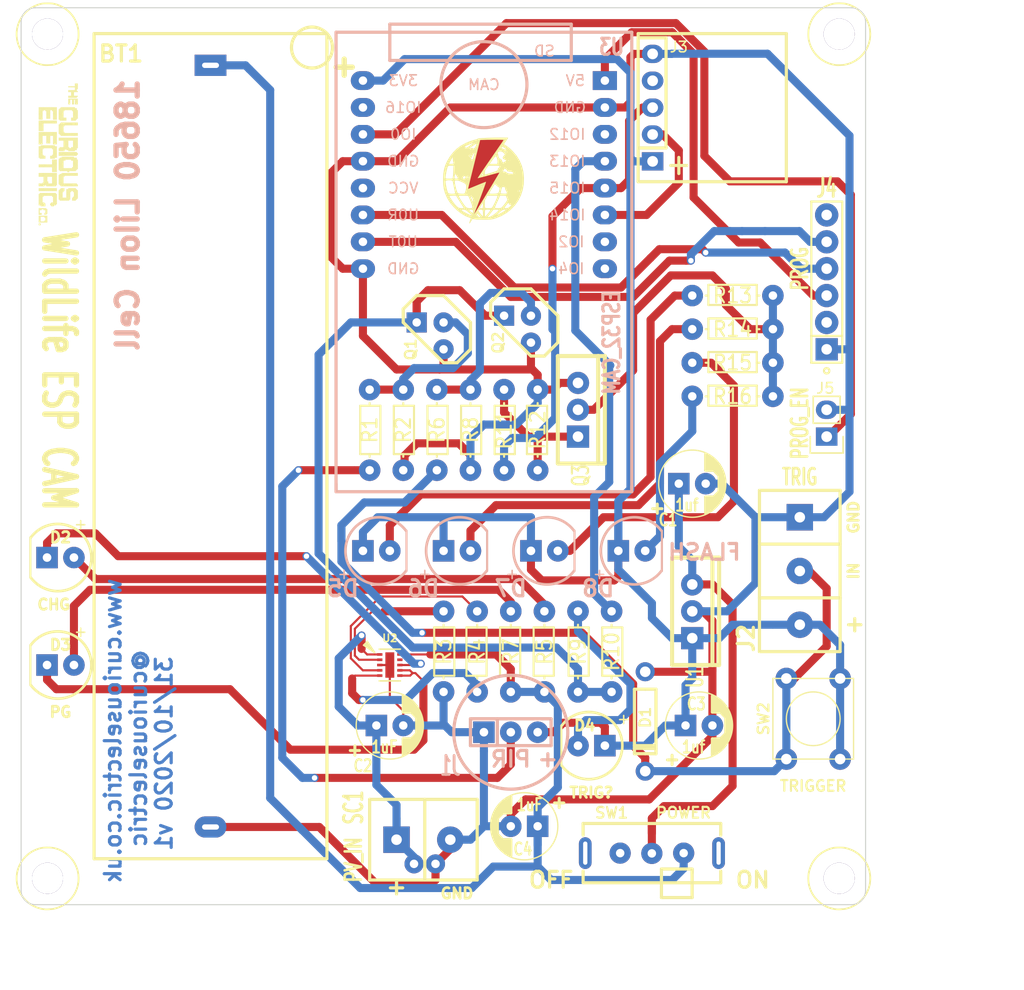
<source format=kicad_pcb>
(kicad_pcb (version 20171130) (host pcbnew "(5.1.10)-1")
  (layers (0 F.Cu signal) (31 B.Cu signal) (34 B.Paste user) (35 F.Paste user) (36 B.SilkS user) (37 F.SilkS user) (38 B.Mask user) (39 F.Mask user) (44 Edge.Cuts user))
  (net 0 "")
  (net 1 VCC)
  (net 2 GND)
  (net 3 "Net-(C1-Pad1)")
  (net 4 "Net-(D2-Pad2)")
  (net 5 "Net-(D3-Pad2)")
  (net 6 "Net-(D3-Pad1)")
  (net 7 "Net-(D2-Pad1)")
  (net 8 +3V3)
  (net 9 "Net-(J1-Pad2)")
  (net 10 "Net-(C2-Pad1)")
  (net 11 "Net-(D1-Pad1)")
  (net 12 "Net-(D4-Pad2)")
  (net 13 /I2C_CLK)
  (net 14 /I2C_DAT)
  (net 15 "Net-(J4-Pad2)")
  (net 16 /5V_PWR)
  (net 17 /U0R)
  (net 18 /U0T)
  (net 19 "Net-(J4-Pad6)")
  (net 20 /PROG_EN)
  (net 21 /TRIG)
  (net 22 "Net-(R3-Pad1)")
  (net 23 "Net-(R4-Pad1)")
  (net 24 "Net-(R4-Pad2)")
  (net 25 "Net-(U2-Pad9)")
  (net 26 "Net-(D5-Pad2)")
  (net 27 "Net-(D6-Pad2)")
  (net 28 "Net-(D7-Pad2)")
  (net 29 "Net-(D8-Pad2)")
  (net 30 "Net-(Q3-Pad2)")
  (net 31 "Net-(Q3-Pad1)")
  (net 32 "Net-(R10-Pad1)")
  (net 33 "Net-(U3-Pad12)")
  (net 34 "Net-(U3-Pad3)")
  (net 35 "Net-(U3-Pad15)")
  (net 36 "Net-(J3-Pad4)")
  (net 37 "Net-(J8-Pad1)")
  (net 38 "Net-(Q1-Pad2)")
  (net 39 "Net-(Q2-Pad2)")
  (net 40 "Net-(U3-Pad8)")
  (net 41 "Net-(U3-Pad7)")
  (module REInnovationFootprint:TH_LiIon_Holder (layer F.Cu) (at 111.125 55.88 270)
    (fp_text reference BT1 (at 1.905 -2.54 180) (layer F.SilkS) (effects (font (size 1.524 1.524) (thickness 0.3048))))
    (fp_text value "18650 LiIon Cell" (at 17.145 -3.175 270) (layer B.SilkS) (effects (font (size 2 2) (thickness 0.5)) (justify mirror)))
    (fp_text user + (at 3.175 -23.495 270) (layer F.SilkS) (effects (font (size 2 2) (thickness 0.5))))
    (pad "" np_thru_hole oval (at 66.5 -11 270) (size 5 3) (drill oval 5 3) (layers *.Cu *.Mask))
    (pad 1 thru_hole rect (at 3 -11 270) (size 2 3) (drill oval 0.5 1.6) (layers *.Cu *.Mask) (net 1 VCC))
    (pad 2 thru_hole oval (at 75 -11 270) (size 2 3) (drill oval 0.5 1.6) (layers *.Cu *.Mask) (net 2 GND))
    (pad "" np_thru_hole oval (at 11.5 -11 270) (size 5 3) (drill oval 5 3) (layers *.Cu *.Mask))
  )
  (module REInnovationFootprint:TH_LED-5MM_larg_pad (layer F.Cu) (at 107.95 105.41 180)
    (fp_text reference D2 (at 0 1.905 180) (layer F.SilkS) (effects (font (thickness 0.25))))
    (fp_text value CHG (at 0.635 -4.445 180) (layer F.SilkS) (effects (font (thickness 0.25))))
    (fp_text user + (at -1.905 3.175 180) (layer F.SilkS))
    (pad 2 thru_hole circle (at -1.27 0 180) (size 2.032 2.032) (drill 0.8128) (layers *.Cu *.Mask) (net 4 "Net-(D2-Pad2)"))
    (pad 1 thru_hole rect (at 1.27 0 180) (size 2.032 2.032) (drill 0.8128) (layers *.Cu *.Mask) (net 7 "Net-(D2-Pad1)"))
  )
  (module REInnovationFootprint:ESP32_CAM (layer F.Cu) (at 147.955 60.325 180)
    (fp_text reference U3 (at -12.065 3.175 180) (layer B.SilkS) (effects (font (size 1.524 1.143) (thickness 0.28702)) (justify mirror)))
    (fp_text value ESP32_CAM (at -12.065 -24.765 270) (layer B.SilkS) (effects (font (size 1.524 1.143) (thickness 0.28575)) (justify mirror)))
    (fp_text user SD (at -5.715 2.794 180) (layer B.SilkS) (effects (justify mirror)))
    (fp_text user CAM (at 0 -0.381 180) (layer B.SilkS) (effects (justify mirror)))
    (fp_text user 3V3 (at 7.62 0 180) (layer B.SilkS) (effects (justify mirror)))
    (fp_text user IO16 (at 7.62 -2.54 180) (layer B.SilkS) (effects (justify mirror)))
    (fp_text user IO0 (at 7.62 -5.08 180) (layer B.SilkS) (effects (justify mirror)))
    (fp_text user GND (at 7.62 -7.62 180) (layer B.SilkS) (effects (justify mirror)))
    (fp_text user VCC (at 7.62 -10.16 180) (layer B.SilkS) (effects (justify mirror)))
    (fp_text user U0R (at 7.62 -12.7 180) (layer B.SilkS) (effects (justify mirror)))
    (fp_text user U0T (at 7.62 -15.24 180) (layer B.SilkS) (effects (justify mirror)))
    (fp_text user GND (at 7.62 -17.78 180) (layer B.SilkS) (effects (justify mirror)))
    (fp_text user IO4 (at -8.255 -17.78 180) (layer B.SilkS) (effects (justify mirror)))
    (fp_text user IO2 (at -8.255 -15.24 180) (layer B.SilkS) (effects (justify mirror)))
    (fp_text user IO14 (at -7.874 -12.7 180) (layer B.SilkS) (effects (justify mirror)))
    (fp_text user IO15 (at -7.874 -10.16 180) (layer B.SilkS) (effects (justify mirror)))
    (fp_text user IO13 (at -7.874 -7.62 180) (layer B.SilkS) (effects (justify mirror)))
    (fp_text user IO12 (at -7.874 -5.08 180) (layer B.SilkS) (effects (justify mirror)))
    (fp_text user GND (at -8.128 -2.54 180) (layer B.SilkS) (effects (justify mirror)))
    (fp_text user 5V (at -8.636 0 180) (layer B.SilkS) (effects (justify mirror)))
    (pad 14 thru_hole oval (at 11.43 -5.08 90) (size 1.778 2.286) (drill 0.8) (layers *.Cu *.Mask) (net 20 /PROG_EN))
    (pad 13 thru_hole oval (at 11.43 -7.62 90) (size 1.778 2.286) (drill 0.8) (layers *.Cu *.Mask) (net 2 GND))
    (pad 12 thru_hole oval (at 11.43 -10.16 90) (size 1.778 2.286) (drill 0.8) (layers *.Cu *.Mask) (net 33 "Net-(U3-Pad12)"))
    (pad 11 thru_hole oval (at 11.43 -12.7 90) (size 1.778 2.286) (drill 0.8) (layers *.Cu *.Mask) (net 17 /U0R))
    (pad 10 thru_hole oval (at 11.43 -15.24 90) (size 1.778 2.286) (drill 0.8) (layers *.Cu *.Mask) (net 18 /U0T))
    (pad 9 thru_hole oval (at 11.43 -17.78 90) (size 1.778 2.286) (drill 0.8) (layers *.Cu *.Mask) (net 2 GND))
    (pad 8 thru_hole oval (at -11.43 -17.78 90) (size 1.778 2.286) (drill 0.8) (layers *.Cu *.Mask) (net 40 "Net-(U3-Pad8)"))
    (pad 7 thru_hole oval (at -11.43 -15.24 90) (size 1.778 2.286) (drill 0.8) (layers *.Cu *.Mask) (net 41 "Net-(U3-Pad7)"))
    (pad 6 thru_hole oval (at -11.43 -12.7 90) (size 1.778 2.286) (drill 0.8) (layers *.Cu *.Mask) (net 14 /I2C_DAT))
    (pad 5 thru_hole oval (at -11.43 -10.16 90) (size 1.778 2.286) (drill 0.8) (layers *.Cu *.Mask) (net 13 /I2C_CLK))
    (pad 4 thru_hole oval (at -11.43 -7.62 90) (size 1.778 2.286) (drill 0.8) (layers *.Cu *.Mask) (net 32 "Net-(R10-Pad1)"))
    (pad 3 thru_hole oval (at -11.43 -5.08 90) (size 1.778 2.286) (drill 0.8) (layers *.Cu *.Mask) (net 34 "Net-(U3-Pad3)"))
    (pad 2 thru_hole oval (at -11.43 -2.54 90) (size 1.778 2.286) (drill 0.8) (layers *.Cu *.Mask) (net 2 GND))
    (pad 1 thru_hole rect (at -11.43 0 90) (size 1.778 2.286) (drill 0.8) (layers *.Cu *.Mask) (net 16 /5V_PWR))
    (pad 15 thru_hole oval (at 11.43 -2.54 90) (size 1.778 2.286) (drill 0.8) (layers *.Cu *.Mask) (net 35 "Net-(U3-Pad15)"))
    (pad 16 thru_hole oval (at 11.43 0 90) (size 1.778 2.286) (drill 0.8) (layers *.Cu *.Mask) (net 8 +3V3))
  )
  (module REInnovationFootprint:TH_6x1_CONN (layer F.Cu) (at 180.34 79.375 90)
    (fp_text reference J4 (at 8.89 0 180) (layer F.SilkS) (effects (font (size 1.72974 1.08712) (thickness 0.27178))))
    (fp_text value PROG (at 1.27 -2.54 90) (layer F.SilkS) (effects (font (size 1.524 1) (thickness 0.25))))
    (pad 1 thru_hole rect (at -6.35 0 90) (size 2.10058 2.10058) (drill 1) (layers *.Cu *.Mask) (net 2 GND))
    (pad 2 thru_hole circle (at -3.81 0 90) (size 2.19964 2.19964) (drill 1) (layers *.Cu *.Mask) (net 15 "Net-(J4-Pad2)"))
    (pad 3 thru_hole circle (at -1.27 0 90) (size 2.19964 2.19964) (drill 1) (layers *.Cu *.Mask) (net 16 /5V_PWR))
    (pad 4 thru_hole circle (at 1.27 0 90) (size 2.19964 2.19964) (drill 1) (layers *.Cu *.Mask) (net 17 /U0R))
    (pad 5 thru_hole circle (at 3.81 0 90) (size 2.19964 2.19964) (drill 1) (layers *.Cu *.Mask) (net 18 /U0T))
    (pad 6 thru_hole circle (at 6.35 0 90) (size 2.19964 2.19964) (drill 1) (layers *.Cu *.Mask) (net 19 "Net-(J4-Pad6)"))
  )
  (module REInnovationFootprint:TH_LED-5MM_larg_pad (layer F.Cu) (at 107.95 115.57 180)
    (fp_text reference D3 (at 0 1.905 180) (layer F.SilkS) (effects (font (thickness 0.25))))
    (fp_text value PG (at 0 -4.445 180) (layer F.SilkS) (effects (font (thickness 0.25))))
    (fp_text user + (at -1.905 3.175 180) (layer F.SilkS))
    (pad 2 thru_hole circle (at -1.27 0 180) (size 2.032 2.032) (drill 0.8128) (layers *.Cu *.Mask) (net 5 "Net-(D3-Pad2)"))
    (pad 1 thru_hole rect (at 1.27 0 180) (size 2.032 2.032) (drill 0.8128) (layers *.Cu *.Mask) (net 6 "Net-(D3-Pad1)"))
  )
  (module REInnovationFootprint:TH_Resistor_1 (layer F.Cu) (at 144.145 114.3 270)
    (fp_text reference R3 (at 0 0 270) (layer F.SilkS) (effects (font (size 1.397 1.27) (thickness 0.2032))))
    (fp_text value 1k hide)
    (pad 1 thru_hole circle (at -3.81 0 270) (size 2.032 2.032) (drill 0.8001) (layers *.Cu *.Mask) (net 22 "Net-(R3-Pad1)"))
    (pad 2 thru_hole circle (at 3.81 0 270) (size 2.032 2.032) (drill 0.8001) (layers *.Cu *.Mask) (net 2 GND))
  )
  (module REInnovationFootprint:TH_Resistor_1 (layer F.Cu) (at 147.32 114.3 90)
    (fp_text reference R4 (at 0 0 90) (layer F.SilkS) (effects (font (size 1.397 1.27) (thickness 0.2032))))
    (fp_text value 100k hide)
    (pad 1 thru_hole circle (at -3.81 0 90) (size 2.032 2.032) (drill 0.8001) (layers *.Cu *.Mask) (net 23 "Net-(R4-Pad1)"))
    (pad 2 thru_hole circle (at 3.81 0 90) (size 2.032 2.032) (drill 0.8001) (layers *.Cu *.Mask) (net 24 "Net-(R4-Pad2)"))
  )
  (module REInnovationFootprint:TH_Resistor_1 (layer F.Cu) (at 153.67 114.3 90)
    (fp_text reference R5 (at 0 0 90) (layer F.SilkS) (effects (font (size 1.397 1.27) (thickness 0.2032))))
    (fp_text value 2.2k hide)
    (pad 1 thru_hole circle (at -3.81 0 90) (size 2.032 2.032) (drill 0.8001) (layers *.Cu *.Mask) (net 1 VCC))
    (pad 2 thru_hole circle (at 3.81 0 90) (size 2.032 2.032) (drill 0.8001) (layers *.Cu *.Mask) (net 4 "Net-(D2-Pad2)"))
  )
  (module REInnovationFootprint:TH_Resistor_1 (layer F.Cu) (at 150.495 114.3 90)
    (fp_text reference R7 (at 0 0 90) (layer F.SilkS) (effects (font (size 1.397 1.27) (thickness 0.2032))))
    (fp_text value 2.2k hide)
    (pad 1 thru_hole circle (at -3.81 0 90) (size 2.032 2.032) (drill 0.8001) (layers *.Cu *.Mask) (net 1 VCC))
    (pad 2 thru_hole circle (at 3.81 0 90) (size 2.032 2.032) (drill 0.8001) (layers *.Cu *.Mask) (net 5 "Net-(D3-Pad2)"))
  )
  (module REInnovationFootprint:SM_WSON-10-2x3 (layer F.Cu) (at 139.065 115.57)
    (fp_text reference U2 (at 0 -2.54) (layer F.SilkS) (effects (font (size 0.7 0.7))))
    (fp_text value BQ24210 hide)
    (pad 10 smd rect (at 0.95 -1) (size 0.5 0.25) (layers F.Cu F.Paste F.Mask) (net 1 VCC))
    (pad 9 smd rect (at 0.95 -0.5) (size 0.5 0.25) (layers F.Cu F.Paste F.Mask) (net 25 "Net-(U2-Pad9)"))
    (pad 6 smd rect (at 0.95 1) (size 0.5 0.25) (layers F.Cu F.Paste F.Mask) (net 6 "Net-(D3-Pad1)"))
    (pad 7 smd rect (at 0.95 0.5) (size 0.5 0.25) (layers F.Cu F.Paste F.Mask) (net 6 "Net-(D3-Pad1)"))
    (pad 8 smd rect (at 0.95 0) (size 0.5 0.25) (layers F.Cu F.Paste F.Mask) (net 7 "Net-(D2-Pad1)"))
    (pad 5 smd rect (at -0.95 1) (size 0.5 0.25) (layers F.Cu F.Paste F.Mask) (net 23 "Net-(R4-Pad1)"))
    (pad 4 smd rect (at -0.95 0.5) (size 0.5 0.25) (layers F.Cu F.Paste F.Mask) (net 24 "Net-(R4-Pad2)"))
    (pad 1 smd rect (at -0.95 -1) (size 0.5 0.25) (layers F.Cu F.Paste F.Mask) (net 10 "Net-(C2-Pad1)"))
    (pad 2 smd rect (at -0.95 -0.5) (size 0.5 0.25) (layers F.Cu F.Paste F.Mask) (net 22 "Net-(R3-Pad1)"))
    (pad PAD smd rect (at 0 0) (size 0.84 2.4) (layers F.Cu F.Mask) (net 2 GND))
    (pad 3 smd rect (at -0.95 0) (size 0.5 0.25) (layers F.Cu F.Paste F.Mask) (net 2 GND))
  )
  (module REInnovationFootprint:SIL-3_screw_terminal (layer F.Cu) (at 177.8 101.6 270)
    (fp_text reference J2 (at 11.43 5.08 90) (layer F.SilkS) (effects (font (size 1.524 1.524) (thickness 0.3048))))
    (fp_text value TRIG (at -3.81 0) (layer F.SilkS) (effects (font (size 1.524 1.016) (thickness 0.254))))
    (fp_text user IN (at 5.08 -5.08 270) (layer F.SilkS) (effects (font (thickness 0.25))))
    (fp_text user GND (at 0 -5.08 90) (layer F.SilkS) (effects (font (thickness 0.25))))
    (fp_text user + (at 10.16 -5.08 270) (layer F.SilkS) (effects (font (size 1.524 1.524) (thickness 0.3048))))
    (pad 3 thru_hole circle (at 10.16 0 270) (size 2.49936 2.49936) (drill 1.00076) (layers *.Cu *.Mask) (net 8 +3V3))
    (pad 1 thru_hole rect (at 0 0 270) (size 2.49936 2.49936) (drill 1.00076) (layers *.Cu *.Mask) (net 2 GND))
    (pad 2 thru_hole circle (at 5.08 0 270) (size 2.49936 2.49936) (drill 1.00076) (layers *.Cu *.Mask) (net 11 "Net-(D1-Pad1)"))
  )
  (module REInnovationFootprint:TH_Resistor_1 (layer F.Cu) (at 160.02 114.3 270)
    (fp_text reference R10 (at 0 0 270) (layer F.SilkS) (effects (font (size 1.397 1.27) (thickness 0.2032))))
    (fp_text value 10k hide)
    (pad 2 thru_hole circle (at 3.81 0 270) (size 2.032 2.032) (drill 0.8001) (layers *.Cu *.Mask) (net 21 /TRIG))
    (pad 1 thru_hole circle (at -3.81 0 270) (size 2.032 2.032) (drill 0.8001) (layers *.Cu *.Mask) (net 32 "Net-(R10-Pad1)"))
  )
  (module REInnovationFootprint:SW_SPDT_R_Angle_ALIEX (layer F.Cu) (at 163.83 133.35 270)
    (fp_text reference SW1 (at -3.81 3.81 180) (layer F.SilkS) (effects (font (size 1.016 1.016) (thickness 0.2032))))
    (fp_text value POWER (at -3.815 -2.982) (layer F.SilkS) (effects (font (size 1.016 1.016) (thickness 0.2032))))
    (pad 2 thru_hole circle (at 0.0254 0.00762 270) (size 2 2) (drill 0.8) (layers *.Cu *.Mask) (net 3 "Net-(C1-Pad1)"))
    (pad 1 thru_hole circle (at 0 -3 270) (size 2 2) (drill 0.8) (layers *.Cu *.Mask) (net 1 VCC))
    (pad 3 thru_hole circle (at 0 3 270) (size 2 2) (drill 0.8) (layers *.Cu *.Mask))
    (pad 4 thru_hole oval (at 0 -6.3 270) (size 3 1.2) (drill oval 2.2 0.4) (layers *.Cu *.Mask))
    (pad 5 thru_hole oval (at 0 6.3 270) (size 3 1.2) (drill oval 2.2 0.4) (layers *.Cu *.Mask))
  )
  (module REInnovationFootprint:TH_Diode_3 (layer F.Cu) (at 163.195 120.523 270)
    (fp_text reference D1 (at 0 0 270) (layer F.SilkS) (effects (font (size 1.016 1.016) (thickness 0.2032))))
    (fp_text value ZENER hide)
    (pad 1 thru_hole circle (at 5.08 0 270) (size 1.8 1.8) (drill 1.00076) (layers *.Cu *.Mask) (net 11 "Net-(D1-Pad1)"))
    (pad 2 thru_hole circle (at -4.318 0 270) (size 1.8 1.8) (drill 1.00076) (layers *.Cu *.Mask) (net 2 GND))
  )
  (module REInnovationFootprint:TH_LED-5MM (layer F.Cu) (at 158.115 123.19 180)
    (fp_text reference D4 (at 0.635 1.905 180) (layer F.SilkS) (effects (font (thickness 0.25))))
    (fp_text value TRIG? (at 0 -4.445 180) (layer F.SilkS) (effects (font (thickness 0.25))))
    (fp_text user + (at -3.048 2.54 180) (layer F.SilkS))
    (pad 1 thru_hole rect (at -1.27 0 180) (size 2.032 2.032) (drill 0.8128) (layers *.Cu *.Mask) (net 8 +3V3))
    (pad 2 thru_hole circle (at 1.27 0 180) (size 2.032 2.032) (drill 0.8128) (layers *.Cu *.Mask) (net 12 "Net-(D4-Pad2)"))
  )
  (module REInnovationFootprint:TH_Pin_Header_Straight_1x02 (layer F.Cu) (at 180.34 93.98 180)
    (fp_text reference J5 (at 0.127 4.572 180) (layer F.SilkS))
    (fp_text value PROG_EN (at 2.54 1.27 270) (layer F.SilkS) (effects (font (size 1.524 1) (thickness 0.25))))
    (pad 1 thru_hole rect (at 0 0 180) (size 2.032 1.7272) (drill 1.016) (layers *.Cu *.Mask) (net 20 /PROG_EN))
    (pad 2 thru_hole oval (at 0 2.54 180) (size 2.032 1.7272) (drill 1.016) (layers *.Cu *.Mask) (net 2 GND))
  )
  (module REInnovationFootprint:TH_Resistor_1 (layer F.Cu) (at 156.845 114.3 270)
    (fp_text reference R9 (at 0 0 270) (layer F.SilkS) (effects (font (size 1.397 1.27) (thickness 0.2032))))
    (fp_text value 330 hide)
    (pad 1 thru_hole circle (at -3.81 0 270) (size 2.032 2.032) (drill 0.8001) (layers *.Cu *.Mask) (net 12 "Net-(D4-Pad2)"))
    (pad 2 thru_hole circle (at 3.81 0 270) (size 2.032 2.032) (drill 0.8001) (layers *.Cu *.Mask) (net 21 /TRIG))
  )
  (module REInnovationFootprint:SW_PUSH_SMALL_lg_pad (layer F.Cu) (at 179.07 120.65 90)
    (fp_text reference SW2 (at 0 -4.699 90) (layer F.SilkS) (effects (font (size 1.016 1.016) (thickness 0.2032))))
    (fp_text value TRIGGER (at -6.35 0 180) (layer F.SilkS) (effects (font (size 1.016 1.016) (thickness 0.2032))))
    (pad 2 thru_hole circle (at -3.81 2.54 90) (size 2.032 2.032) (drill 1.00076) (layers *.Cu *.Mask) (net 8 +3V3))
    (pad 1 thru_hole circle (at -3.81 -2.54 90) (size 2.032 2.032) (drill 1.00076) (layers *.Cu *.Mask) (net 11 "Net-(D1-Pad1)"))
    (pad 2 thru_hole circle (at 3.81 2.54 90) (size 2.032 2.032) (drill 1.00076) (layers *.Cu *.Mask) (net 8 +3V3))
    (pad 1 thru_hole circle (at 3.81 -2.54 90) (size 2.032 2.032) (drill 1.00076) (layers *.Cu *.Mask) (net 11 "Net-(D1-Pad1)"))
  )
  (module CuriousElectric3:2019_011_16_CuriousElectricCompany_Logo_Round_Logo_No_words_KiCAD_10mm_PCBLogo (layer B.Cu) (at 148.59 73.787 180)
    (fp_text reference J7 hide)
    (fp_text value LOGO2 hide)
    (fp_poly (pts (xy 1.598158 5.545666) (xy 1.705783 5.113042) (xy 1.80602 4.705886) (xy 1.897159 4.331429) (xy 1.977492 3.996898) (xy 2.045309 3.709525) (xy 2.098903 3.476537) (xy 2.136563 3.305164) (xy 2.156581 3.202636) (xy 2.158569 3.175) (xy 2.111409 3.190455) (xy 1.998121 3.233634) (xy 1.830759 3.299761) (xy 1.621372 3.384057) (xy 1.382015 3.481744) (xy 1.30842 3.512018) (xy 1.064121 3.611815) (xy 0.84763 3.698579) (xy 0.670636 3.767764) (xy 0.544826 3.814825) (xy 0.481885 3.835215) (xy 0.476981 3.835425) (xy 0.488865 3.793728) (xy 0.529404 3.678319) (xy 0.596627 3.494419) (xy 0.688564 3.247251) (xy 0.803244 2.942034) (xy 0.938696 2.583991) (xy 1.09295 2.178343) (xy 1.264034 1.730312) (xy 1.449979 1.24512) (xy 1.648813 0.727987) (xy 1.696865 0.60325) (xy 1.718786 0.530957) (xy 1.716638 0.508) (xy 1.690623 0.542461) (xy 1.627213 0.638947) (xy 1.53296 0.787116) (xy 1.414414 0.976624) (xy 1.278125 1.197128) (xy 1.213951 1.30175) (xy 0.839385 1.914222) (xy 0.507452 2.457896) (xy 0.21624 2.935974) (xy -0.036165 3.351659) (xy -0.251675 3.708153) (xy -0.432203 4.008659) (xy -0.579661 4.256379) (xy -0.695963 4.454515) (xy -0.783021 4.606271) (xy -0.842749 4.714848) (xy -0.877058 4.783449) (xy -0.887861 4.815277) (xy -0.886433 4.818326) (xy -0.837265 4.811146) (xy -0.718164 4.783815) (xy -0.54065 4.739279) (xy -0.316247 4.680484) (xy -0.056475 4.610374) (xy 0.152388 4.552763) (xy 0.429212 4.47628) (xy 0.677522 4.408732) (xy 0.886181 4.353062) (xy 1.044052 4.312214) (xy 1.139998 4.289131) (xy 1.164643 4.285271) (xy 1.143056 4.321197) (xy 1.077521 4.420041) (xy 0.972518 4.575268) (xy 0.832523 4.780344) (xy 0.662014 5.028737) (xy 0.46547 5.313912) (xy 0.247368 5.629335) (xy 0.012186 5.968473) (xy -0.069101 6.085474) (xy -0.309311 6.431462) (xy -0.534242 6.756214) (xy -0.739372 7.053148) (xy -0.920181 7.315681) (xy -1.072147 7.537233) (xy -1.190747 7.71122) (xy -1.271462 7.831062) (xy -1.309769 7.890176) (xy -1.312333 7.895224) (xy -1.271806 7.900749) (xy -1.157444 7.905734) (xy -0.980081 7.909982) (xy -0.750549 7.913295) (xy -0.47968 7.915476) (xy -0.178306 7.916328) (xy -0.153453 7.916333) (xy 1.005427 7.916333) (xy 1.598158 5.545666)) (layer F.Cu) (width 0.01))
  )
  (module CuriousElectric3:TCEC_Words_13mm (layer F.Cu) (at 109.855 60.325 270)
    (fp_text reference J6 hide)
    (fp_text value LOGO1 hide)
  )
  (module REInnovationFootprint:C_1V7_TH (layer F.Cu) (at 167.64 98.425)
    (fp_text reference C1 (at -2.286 3.429) (layer F.SilkS) (effects (font (size 1.143 0.889) (thickness 0.2032))))
    (fp_text value 1uf (at -0.508 2.032) (layer F.SilkS) (effects (font (size 1.143 0.889) (thickness 0.2032))))
    (fp_text user + (at -3.302 2.286) (layer F.SilkS) (effects (font (size 1.143 1.143) (thickness 0.28702))))
    (pad 2 thru_hole circle (at 1.27 0) (size 2.032 2.032) (drill 0.8001) (layers *.Cu *.Mask) (net 2 GND))
    (pad 1 thru_hole rect (at -1.27 0) (size 2.032 2.032) (drill 0.8001) (layers *.Cu *.Mask) (net 3 "Net-(C1-Pad1)"))
  )
  (module REInnovationFootprint:C_1V7_TH (layer F.Cu) (at 139.065 121.285)
    (fp_text reference C2 (at -2.54 3.81) (layer F.SilkS) (effects (font (size 1.143 0.889) (thickness 0.2032))))
    (fp_text value 1uF (at -0.508 2.032) (layer F.SilkS) (effects (font (size 1.143 0.889) (thickness 0.2032))))
    (fp_text user + (at -3.302 2.286) (layer F.SilkS) (effects (font (size 1.143 1.143) (thickness 0.28702))))
    (pad 2 thru_hole circle (at 1.27 0) (size 2.032 2.032) (drill 0.8001) (layers *.Cu *.Mask) (net 2 GND))
    (pad 1 thru_hole rect (at -1.27 0) (size 2.032 2.032) (drill 0.8001) (layers *.Cu *.Mask) (net 10 "Net-(C2-Pad1)"))
  )
  (module REInnovationFootprint:C_1V7_TH (layer F.Cu) (at 168.275 121.285)
    (fp_text reference C3 (at -0.254 -2.032) (layer F.SilkS) (effects (font (size 1.143 0.889) (thickness 0.2032))))
    (fp_text value 1uf (at -0.508 2.032) (layer F.SilkS) (effects (font (size 1.143 0.889) (thickness 0.2032))))
    (fp_text user + (at -2.54 3.175) (layer F.SilkS) (effects (font (size 1.143 1.143) (thickness 0.28702))))
    (pad 1 thru_hole rect (at -1.27 0) (size 2.032 2.032) (drill 0.8001) (layers *.Cu *.Mask) (net 8 +3V3))
    (pad 2 thru_hole circle (at 1.27 0) (size 2.032 2.032) (drill 0.8001) (layers *.Cu *.Mask) (net 2 GND))
  )
  (module REInnovationFootprint:C_1V7_TH (layer F.Cu) (at 151.765 130.81 180)
    (fp_text reference C4 (at 0.127 -2.159 180) (layer F.SilkS) (effects (font (size 1.143 0.889) (thickness 0.2032))))
    (fp_text value 1uF (at -0.508 2.032 180) (layer F.SilkS) (effects (font (size 1.143 0.889) (thickness 0.2032))))
    (fp_text user + (at -3.302 2.286 180) (layer F.SilkS) (effects (font (size 1.143 1.143) (thickness 0.28702))))
    (pad 1 thru_hole rect (at -1.27 0 180) (size 2.032 2.032) (drill 0.8001) (layers *.Cu *.Mask) (net 1 VCC))
    (pad 2 thru_hole circle (at 1.27 0 180) (size 2.032 2.032) (drill 0.8001) (layers *.Cu *.Mask) (net 2 GND))
  )
  (module REInnovationFootprint:TO220_MCP1826S (layer F.Cu) (at 167.64 110.49)
    (fp_text reference U1 (at 0.254 6.223 90) (layer F.SilkS) (effects (font (size 1.524 1.016) (thickness 0.2032))))
    (fp_text value MCP1826S-3302 hide)
    (pad 2 thru_hole circle (at 0 0) (size 2.10058 2.10058) (drill 1.00076) (layers *.Cu *.Mask) (net 2 GND))
    (pad 1 thru_hole circle (at 0 -2.54) (size 2.10058 2.10058) (drill 1.00076) (layers *.Cu *.Mask) (net 3 "Net-(C1-Pad1)"))
    (pad 3 thru_hole rect (at 0 2.54) (size 2.10058 2.10058) (drill 1.00076) (layers *.Cu *.Mask) (net 8 +3V3))
  )
  (module REInnovationFootprint:TH_LED-5MM (layer B.Cu) (at 137.795 104.775)
    (fp_text reference D5 (at -3.175 3.556) (layer B.SilkS) (effects (font (size 1.524 1.524) (thickness 0.3048)) (justify mirror)))
    (fp_text value FLASH hide)
    (fp_text user + (at -3.048 2.159) (layer B.SilkS) (effects (justify mirror)))
    (pad 2 thru_hole circle (at 1.27 0) (size 2.032 2.032) (drill 0.8128) (layers *.Cu *.Mask) (net 26 "Net-(D5-Pad2)"))
    (pad 1 thru_hole rect (at -1.27 0) (size 2.032 2.032) (drill 0.8128) (layers *.Cu *.Mask) (net 8 +3V3))
  )
  (module REInnovationFootprint:TH_LED-5MM (layer B.Cu) (at 145.415 104.775)
    (fp_text reference D6 (at -3.175 3.556) (layer B.SilkS) (effects (font (size 1.524 1.524) (thickness 0.3048)) (justify mirror)))
    (fp_text value FLASH hide)
    (fp_text user + (at -3.048 2.159) (layer B.SilkS) (effects (justify mirror)))
    (pad 1 thru_hole rect (at -1.27 0) (size 2.032 2.032) (drill 0.8128) (layers *.Cu *.Mask) (net 8 +3V3))
    (pad 2 thru_hole circle (at 1.27 0) (size 2.032 2.032) (drill 0.8128) (layers *.Cu *.Mask) (net 27 "Net-(D6-Pad2)"))
  )
  (module REInnovationFootprint:TH_LED-5MM (layer B.Cu) (at 153.67 104.775)
    (fp_text reference D7 (at -3.175 3.556) (layer B.SilkS) (effects (font (size 1.524 1.524) (thickness 0.3048)) (justify mirror)))
    (fp_text value FLASH hide)
    (fp_text user + (at -3.048 2.159) (layer B.SilkS) (effects (justify mirror)))
    (pad 2 thru_hole circle (at 1.27 0) (size 2.032 2.032) (drill 0.8128) (layers *.Cu *.Mask) (net 28 "Net-(D7-Pad2)"))
    (pad 1 thru_hole rect (at -1.27 0) (size 2.032 2.032) (drill 0.8128) (layers *.Cu *.Mask) (net 8 +3V3))
  )
  (module REInnovationFootprint:TH_LED-5MM (layer B.Cu) (at 161.925 104.775)
    (fp_text reference D8 (at -3.175 3.556) (layer B.SilkS) (effects (font (size 1.524 1.524) (thickness 0.3048)) (justify mirror)))
    (fp_text value FLASH hide)
    (fp_text user + (at -3.048 2.159) (layer B.SilkS) (effects (justify mirror)))
    (pad 1 thru_hole rect (at -1.27 0) (size 2.032 2.032) (drill 0.8128) (layers *.Cu *.Mask) (net 8 +3V3))
    (pad 2 thru_hole circle (at 1.27 0) (size 2.032 2.032) (drill 0.8128) (layers *.Cu *.Mask) (net 29 "Net-(D8-Pad2)"))
  )
  (module REInnovationFootprint:TH_Resistor_1 (layer F.Cu) (at 171.45 80.645)
    (fp_text reference R13 (at 0 0) (layer F.SilkS) (effects (font (size 1.397 1.27) (thickness 0.2032))))
    (fp_text value 100 hide)
    (pad 1 thru_hole circle (at -3.81 0) (size 2.032 2.032) (drill 0.8001) (layers *.Cu *.Mask) (net 26 "Net-(D5-Pad2)"))
    (pad 2 thru_hole circle (at 3.81 0) (size 2.032 2.032) (drill 0.8001) (layers *.Cu *.Mask) (net 30 "Net-(Q3-Pad2)"))
  )
  (module REInnovationFootprint:TH_Resistor_1 (layer F.Cu) (at 171.45 83.82)
    (fp_text reference R14 (at 0 0) (layer F.SilkS) (effects (font (size 1.397 1.27) (thickness 0.2032))))
    (fp_text value 100 hide)
    (pad 2 thru_hole circle (at 3.81 0) (size 2.032 2.032) (drill 0.8001) (layers *.Cu *.Mask) (net 30 "Net-(Q3-Pad2)"))
    (pad 1 thru_hole circle (at -3.81 0) (size 2.032 2.032) (drill 0.8001) (layers *.Cu *.Mask) (net 27 "Net-(D6-Pad2)"))
  )
  (module REInnovationFootprint:TH_Resistor_1 (layer F.Cu) (at 171.45 86.995)
    (fp_text reference R15 (at 0 0) (layer F.SilkS) (effects (font (size 1.397 1.27) (thickness 0.2032))))
    (fp_text value 100 hide)
    (pad 1 thru_hole circle (at -3.81 0) (size 2.032 2.032) (drill 0.8001) (layers *.Cu *.Mask) (net 28 "Net-(D7-Pad2)"))
    (pad 2 thru_hole circle (at 3.81 0) (size 2.032 2.032) (drill 0.8001) (layers *.Cu *.Mask) (net 30 "Net-(Q3-Pad2)"))
  )
  (module REInnovationFootprint:TH_Resistor_1 (layer F.Cu) (at 171.45 90.17)
    (fp_text reference R16 (at 0 0) (layer F.SilkS) (effects (font (size 1.397 1.27) (thickness 0.2032))))
    (fp_text value 100 hide)
    (pad 2 thru_hole circle (at 3.81 0) (size 2.032 2.032) (drill 0.8001) (layers *.Cu *.Mask) (net 30 "Net-(Q3-Pad2)"))
    (pad 1 thru_hole circle (at -3.81 0) (size 2.032 2.032) (drill 0.8001) (layers *.Cu *.Mask) (net 29 "Net-(D8-Pad2)"))
  )
  (module REInnovationFootprint:TH_RTC_MODULE_SM (layer F.Cu) (at 176.53 55.88 180)
    (fp_text reference J3 (at 10.16 -1.27) (layer F.SilkS))
    (fp_text value RTC_DS3231 hide)
    (fp_text user + (at 10.16 -12.319 180) (layer F.SilkS) (effects (font (size 2 2) (thickness 0.3))))
    (pad 1 thru_hole rect (at 12.635 -12.08 180) (size 2.032 1.7272) (drill 1.016) (layers *.Cu *.Mask) (net 8 +3V3))
    (pad 2 thru_hole oval (at 12.635 -9.54 180) (size 2.032 1.7272) (drill 1.016) (layers *.Cu *.Mask) (net 14 /I2C_DAT))
    (pad 3 thru_hole oval (at 12.635 -7 180) (size 2.032 1.7272) (drill 1.016) (layers *.Cu *.Mask) (net 13 /I2C_CLK))
    (pad 4 thru_hole oval (at 12.635 -4.46 180) (size 2.032 1.7272) (drill 1.016) (layers *.Cu *.Mask) (net 36 "Net-(J3-Pad4)"))
    (pad 5 thru_hole oval (at 12.635 -1.92 180) (size 2.032 1.7272) (drill 1.016) (layers *.Cu *.Mask) (net 2 GND))
  )
  (module REInnovationFootprint:PCB_Wildlife_Cam (layer F.Cu) (at 198.755 146.05)
    (fp_text reference J8 hide)
    (fp_text value PCB hide)
    (fp_line (start -93.20233 -92.61406) (end -93.20233 -92.61406) (layer Edge.Cuts) (width 0.1))
    (fp_line (start -93.20233 -92.61406) (end -93.20233 -92.61406) (layer Edge.Cuts) (width 0.1))
    (fp_line (start -93.46959 -92.58728) (end -93.20233 -92.61406) (layer Edge.Cuts) (width 0.1))
    (fp_line (start -93.71822 -92.51042) (end -93.46959 -92.58728) (layer Edge.Cuts) (width 0.1))
    (fp_line (start -93.94298 -92.38873) (end -93.71822 -92.51042) (layer Edge.Cuts) (width 0.1))
    (fp_line (start -94.13862 -92.22744) (end -93.94298 -92.38873) (layer Edge.Cuts) (width 0.1))
    (fp_line (start -94.29991 -92.0318) (end -94.13862 -92.22744) (layer Edge.Cuts) (width 0.1))
    (fp_line (start -94.4216 -91.80704) (end -94.29991 -92.0318) (layer Edge.Cuts) (width 0.1))
    (fp_line (start -94.49846 -91.55841) (end -94.4216 -91.80704) (layer Edge.Cuts) (width 0.1))
    (fp_line (start -94.52524 -91.29115) (end -94.49846 -91.55841) (layer Edge.Cuts) (width 0.1))
    (fp_line (start -94.52524 -9.1503) (end -94.52524 -91.29115) (layer Edge.Cuts) (width 0.1))
    (fp_line (start -94.49846 -8.883) (end -94.52524 -9.1503) (layer Edge.Cuts) (width 0.1))
    (fp_line (start -94.4216 -8.6344) (end -94.49846 -8.883) (layer Edge.Cuts) (width 0.1))
    (fp_line (start -94.29991 -8.4096) (end -94.4216 -8.6344) (layer Edge.Cuts) (width 0.1))
    (fp_line (start -94.13862 -8.214) (end -94.29991 -8.4096) (layer Edge.Cuts) (width 0.1))
    (fp_line (start -93.94298 -8.0527) (end -94.13862 -8.214) (layer Edge.Cuts) (width 0.1))
    (fp_line (start -93.71822 -7.931) (end -93.94298 -8.0527) (layer Edge.Cuts) (width 0.1))
    (fp_line (start -93.46959 -7.8541) (end -93.71822 -7.931) (layer Edge.Cuts) (width 0.1))
    (fp_line (start -93.20233 -7.8274) (end -93.46959 -7.8541) (layer Edge.Cuts) (width 0.1))
    (fp_line (start -16.0615 -7.8274) (end -93.20233 -7.8274) (layer Edge.Cuts) (width 0.1))
    (fp_line (start -15.7942 -7.8541) (end -16.0615 -7.8274) (layer Edge.Cuts) (width 0.1))
    (fp_line (start -15.5456 -7.931) (end -15.7942 -7.8541) (layer Edge.Cuts) (width 0.1))
    (fp_line (start -15.3208 -8.0527) (end -15.5456 -7.931) (layer Edge.Cuts) (width 0.1))
    (fp_line (start -15.1252 -8.214) (end -15.3208 -8.0527) (layer Edge.Cuts) (width 0.1))
    (fp_line (start -14.9639 -8.4096) (end -15.1252 -8.214) (layer Edge.Cuts) (width 0.1))
    (fp_line (start -14.8422 -8.6344) (end -14.9639 -8.4096) (layer Edge.Cuts) (width 0.1))
    (fp_line (start -14.7653 -8.883) (end -14.8422 -8.6344) (layer Edge.Cuts) (width 0.1))
    (fp_line (start -14.7385 -9.1503) (end -14.7653 -8.883) (layer Edge.Cuts) (width 0.1))
    (fp_line (start -14.7385 -91.29115) (end -14.7385 -9.1503) (layer Edge.Cuts) (width 0.1))
    (fp_line (start -14.7653 -91.55841) (end -14.7385 -91.29115) (layer Edge.Cuts) (width 0.1))
    (fp_line (start -14.8422 -91.80704) (end -14.7653 -91.55841) (layer Edge.Cuts) (width 0.1))
    (fp_line (start -14.9639 -92.0318) (end -14.8422 -91.80704) (layer Edge.Cuts) (width 0.1))
    (fp_line (start -15.1252 -92.22744) (end -14.9639 -92.0318) (layer Edge.Cuts) (width 0.1))
    (fp_line (start -15.3208 -92.38873) (end -15.1252 -92.22744) (layer Edge.Cuts) (width 0.1))
    (fp_line (start -15.5456 -92.51042) (end -15.3208 -92.38873) (layer Edge.Cuts) (width 0.1))
    (fp_line (start -15.7942 -92.58728) (end -15.5456 -92.51042) (layer Edge.Cuts) (width 0.1))
    (fp_line (start -16.0615 -92.61406) (end -15.7942 -92.58728) (layer Edge.Cuts) (width 0.1))
    (fp_line (start -93.20233 -92.61406) (end -16.0615 -92.61406) (layer Edge.Cuts) (width 0.1))
    (pad 1 thru_hole circle (at -92.031714 -90.120528) (size 2.9347 2.9347) (drill 2.9347) (layers *.Cu *.Mask) (net 37 "Net-(J8-Pad1)"))
    (pad 2 thru_hole circle (at -17.232071 -10.320885) (size 2.9347 2.9347) (drill 2.9347) (layers *.Cu *.Mask))
    (pad 3 thru_hole circle (at -17.232071 -90.120528) (size 2.9347 2.9347) (drill 2.9347) (layers *.Cu *.Mask))
    (pad 4 thru_hole circle (at -92.031714 -10.320885) (size 2.9347 2.9347) (drill 2.9347) (layers *.Cu *.Mask))
  )
  (module REInnovationFootprint:SIL_2_screw_+_JST_2mm (layer F.Cu) (at 139.7 132.08)
    (fp_text reference SC1 (at -4.064 -3.048 90) (layer F.SilkS) (effects (font (size 1.72974 1.08712) (thickness 0.27178))))
    (fp_text value PV_IN (at -4.064 1.905 90) (layer F.SilkS) (effects (font (size 1.524 1.016) (thickness 0.254))))
    (fp_text user GND (at 5.715 5.08 180) (layer F.SilkS) (effects (font (thickness 0.25))))
    (fp_text user + (at 0 4.445) (layer F.SilkS) (effects (font (size 1.524 1.524) (thickness 0.3048))))
    (pad 1 thru_hole rect (at 0 0) (size 2.49936 2.49936) (drill 1.00076) (layers *.Cu *.Mask) (net 10 "Net-(C2-Pad1)"))
    (pad 2 thru_hole circle (at 5.08 0) (size 2.49936 2.49936) (drill 1.00076) (layers *.Cu *.Mask) (net 2 GND))
    (pad 1 thru_hole circle (at 1.651 2.286) (size 1.8 1.8) (drill 0.8) (layers *.Cu *.Mask) (net 10 "Net-(C2-Pad1)"))
    (pad 2 thru_hole circle (at 3.683 2.286) (size 1.8 1.8) (drill 0.8) (layers *.Cu *.Mask) (net 2 GND))
  )
  (module REInnovationFootprint:TO220_BD135 (layer F.Cu) (at 156.845 91.44)
    (fp_text reference Q3 (at 0.254 6.223 90) (layer F.SilkS) (effects (font (size 1.524 1.016) (thickness 0.2032))))
    (fp_text value BD135 hide)
    (pad 3 thru_hole circle (at 0 -2.54) (size 2.10058 2.10058) (drill 1.00076) (layers *.Cu *.Mask) (net 2 GND))
    (pad 2 thru_hole circle (at 0 0) (size 2.10058 2.10058) (drill 1.00076) (layers *.Cu *.Mask) (net 30 "Net-(Q3-Pad2)"))
    (pad 1 thru_hole rect (at 0 2.54) (size 2.10058 2.10058) (drill 1.00076) (layers *.Cu *.Mask) (net 31 "Net-(Q3-Pad1)"))
  )
  (module REInnovationFootprint:TH_Resistor_1 (layer F.Cu) (at 137.16 93.345 270)
    (fp_text reference R1 (at 0 0 270) (layer F.SilkS) (effects (font (size 1.397 1.27) (thickness 0.2032))))
    (fp_text value 1k hide)
    (pad 1 thru_hole circle (at -3.81 0 270) (size 2.032 2.032) (drill 0.8001) (layers *.Cu *.Mask) (net 38 "Net-(Q1-Pad2)"))
    (pad 2 thru_hole circle (at 3.81 0 270) (size 2.032 2.032) (drill 0.8001) (layers *.Cu *.Mask) (net 9 "Net-(J1-Pad2)"))
  )
  (module REInnovationFootprint:TH_Resistor_1 (layer F.Cu) (at 140.335 93.345 270)
    (fp_text reference R2 (at 0 0 270) (layer F.SilkS) (effects (font (size 1.397 1.27) (thickness 0.2032))))
    (fp_text value 10k hide)
    (pad 1 thru_hole circle (at -3.81 0 270) (size 2.032 2.032) (drill 0.8001) (layers *.Cu *.Mask) (net 38 "Net-(Q1-Pad2)"))
    (pad 2 thru_hole circle (at 3.81 0 270) (size 2.032 2.032) (drill 0.8001) (layers *.Cu *.Mask) (net 2 GND))
  )
  (module REInnovationFootprint:TH_Resistor_1 (layer F.Cu) (at 143.51 93.345 270)
    (fp_text reference R6 (at 0 0 270) (layer F.SilkS) (effects (font (size 1.397 1.27) (thickness 0.2032))))
    (fp_text value 1k hide)
    (pad 2 thru_hole circle (at 3.81 0 270) (size 2.032 2.032) (drill 0.8001) (layers *.Cu *.Mask) (net 11 "Net-(D1-Pad1)"))
    (pad 1 thru_hole circle (at -3.81 0 270) (size 2.032 2.032) (drill 0.8001) (layers *.Cu *.Mask) (net 39 "Net-(Q2-Pad2)"))
  )
  (module REInnovationFootprint:TH_Resistor_1 (layer F.Cu) (at 146.685 93.345 270)
    (fp_text reference R8 (at 0 0 270) (layer F.SilkS) (effects (font (size 1.397 1.27) (thickness 0.2032))))
    (fp_text value 10k hide)
    (pad 2 thru_hole circle (at 3.81 0 270) (size 2.032 2.032) (drill 0.8001) (layers *.Cu *.Mask) (net 2 GND))
    (pad 1 thru_hole circle (at -3.81 0 270) (size 2.032 2.032) (drill 0.8001) (layers *.Cu *.Mask) (net 39 "Net-(Q2-Pad2)"))
  )
  (module REInnovationFootprint:TH_Resistor_1 (layer F.Cu) (at 149.86 93.345 270)
    (fp_text reference R11 (at 0 0 270) (layer F.SilkS) (effects (font (size 1.397 1.27) (thickness 0.2032))))
    (fp_text value 1k hide)
    (pad 2 thru_hole circle (at 3.81 0 270) (size 2.032 2.032) (drill 0.8001) (layers *.Cu *.Mask) (net 13 /I2C_CLK))
    (pad 1 thru_hole circle (at -3.81 0 270) (size 2.032 2.032) (drill 0.8001) (layers *.Cu *.Mask) (net 31 "Net-(Q3-Pad1)"))
  )
  (module REInnovationFootprint:TH_Resistor_1 (layer F.Cu) (at 153.035 93.345 90)
    (fp_text reference R12 (at 0 0 90) (layer F.SilkS) (effects (font (size 1.397 1.27) (thickness 0.2032))))
    (fp_text value 10k hide)
    (pad 1 thru_hole circle (at -3.81 0 90) (size 2.032 2.032) (drill 0.8001) (layers *.Cu *.Mask) (net 31 "Net-(Q3-Pad1)"))
    (pad 2 thru_hole circle (at 3.81 0 90) (size 2.032 2.032) (drill 0.8001) (layers *.Cu *.Mask) (net 2 GND))
  )
  (module REInnovationFootprint:SIL-3_PIR_SENSOR (layer B.Cu) (at 150.495 121.92)
    (fp_text reference J1 (at -5.715 3.175) (layer B.SilkS) (effects (font (size 1.7907 1.07696) (thickness 0.26924)) (justify mirror)))
    (fp_text value PIR (at 0 2.54) (layer B.SilkS) (effects (font (size 1.5 1.5) (thickness 0.3)) (justify mirror)))
    (fp_text user + (at 3.5 2.5) (layer B.SilkS) (effects (font (size 1.5 1.5) (thickness 0.3)) (justify mirror)))
    (pad 1 thru_hole rect (at -2.54 0) (size 2.032 2.032) (drill 0.8128) (layers *.Cu *.Mask) (net 2 GND))
    (pad 2 thru_hole circle (at 0 0) (size 2.032 2.032) (drill 0.8128) (layers *.Cu *.Mask) (net 9 "Net-(J1-Pad2)"))
    (pad 3 thru_hole circle (at 2.54 0) (size 2.032 2.032) (drill 0.8128) (layers *.Cu *.Mask) (net 8 +3V3))
  )
  (module REInnovationFootprint:NPN_BC337 (layer F.Cu) (at 142.875 84.455 270)
    (fp_text reference Q1 (at 1.2827 1.8288 270) (layer F.SilkS) (effects (font (size 1.016 1.016) (thickness 0.2032))))
    (fp_text value 2N3904 hide)
    (pad 3 thru_hole circle (at 1.27 -1.27 270) (size 1.905 1.905) (drill 0.8001) (layers *.Cu *.Mask) (net 2 GND))
    (pad 2 thru_hole circle (at -1.27 -1.27 270) (size 1.905 1.905) (drill 0.8001) (layers *.Cu *.Mask) (net 38 "Net-(Q1-Pad2)"))
    (pad 1 thru_hole rect (at -1.27 1.27 270) (size 1.905 1.905) (drill 0.8001) (layers *.Cu *.Mask) (net 21 /TRIG))
  )
  (module REInnovationFootprint:NPN_BC337 (layer F.Cu) (at 151.13 83.82 270)
    (fp_text reference Q2 (at 1.2827 1.8288 270) (layer F.SilkS) (effects (font (size 1.016 1.016) (thickness 0.2032))))
    (fp_text value 2N3904 hide)
    (pad 1 thru_hole rect (at -1.27 1.27 270) (size 1.905 1.905) (drill 0.8001) (layers *.Cu *.Mask) (net 21 /TRIG))
    (pad 2 thru_hole circle (at -1.27 -1.27 270) (size 1.905 1.905) (drill 0.8001) (layers *.Cu *.Mask) (net 39 "Net-(Q2-Pad2)"))
    (pad 3 thru_hole circle (at 1.27 -1.27 270) (size 1.905 1.905) (drill 0.8001) (layers *.Cu *.Mask) (net 2 GND))
  )
  (gr_text OFF (at 154.305 135.89) (layer F.SilkS) (effects (font (size 1.5 1.5) (thickness 0.3))))
  (gr_text ON (at 173.355 135.89) (layer F.SilkS) (effects (font (size 1.5 1.5) (thickness 0.3))))
  (gr_text FLASH (at 168.783 104.902) (layer B.SilkS) (effects (font (size 1.5 1.5) (thickness 0.3)) (justify mirror)))
  (gr_text "31/10/2020 v1" (at 117.729 123.952 90) (layer B.Cu) (effects (font (size 1.5 1.5) (thickness 0.3)) (justify mirror)))
  (gr_text @curiouselectric (at 115.316 123.444 90) (layer B.Cu) (effects (font (size 1.5 1.5) (thickness 0.3)) (justify mirror)))
  (gr_text www.curiouselectric.co.uk (at 112.903 121.793 90) (layer B.Cu) (effects (font (size 1.5 1.5) (thickness 0.3)) (justify mirror)))
  (gr_text "WildLife ESP CAM" (at 107.823 87.757 270) (layer F.SilkS) (effects (font (size 3 2) (thickness 0.5))))
  (segment (start 153.035 130.81) (end 153.035 132.588) (width 0.762) (layer B.Cu) (net 1))
  (segment (start 153.035 129.032) (end 154.94 127.127) (width 0.762) (layer B.Cu) (net 1))
  (segment (start 153.035 130.81) (end 153.035 129.032) (width 0.762) (layer B.Cu) (net 1))
  (segment (start 154.94 119.38) (end 153.67 118.11) (width 0.762) (layer B.Cu) (net 1))
  (segment (start 154.94 127.127) (end 154.94 119.38) (width 0.762) (layer B.Cu) (net 1))
  (segment (start 150.495 118.11) (end 153.67 118.11) (width 0.762) (layer B.Cu) (net 1))
  (segment (start 153.035 130.81) (end 153.035 134.62) (width 0.762) (layer B.Cu) (net 1))
  (segment (start 153.035 134.62) (end 154.305 135.89) (width 0.762) (layer B.Cu) (net 1))
  (segment (start 154.305 135.89) (end 165.735 135.89) (width 0.762) (layer B.Cu) (net 1))
  (segment (start 166.83 134.795) (end 166.83 133.35) (width 0.762) (layer B.Cu) (net 1))
  (segment (start 165.735 135.89) (end 166.83 134.795) (width 0.762) (layer B.Cu) (net 1))
  (segment (start 122.125 58.88) (end 125.428 58.88) (width 0.762) (layer B.Cu) (net 1))
  (segment (start 150.495 118.11) (end 150.495 115.951) (width 0.762) (layer F.Cu) (net 1))
  (segment (start 149.114 114.57) (end 142.891 114.57) (width 0.762) (layer F.Cu) (net 1))
  (segment (start 150.495 115.951) (end 149.114 114.57) (width 0.762) (layer F.Cu) (net 1))
  (segment (start 140.015 114.57) (end 142.891 114.57) (width 0.2) (layer F.Cu) (net 1))
  (segment (start 130.81 131.191) (end 127.762 128.143) (width 0.762) (layer B.Cu) (net 1))
  (segment (start 130.429 130.81) (end 130.81 131.191) (width 0.762) (layer B.Cu) (net 1))
  (segment (start 127.762 61.214) (end 125.7935 59.2455) (width 0.762) (layer B.Cu) (net 1))
  (segment (start 127.762 128.143) (end 127.762 61.214) (width 0.762) (layer B.Cu) (net 1))
  (segment (start 125.428 58.88) (end 125.7935 59.2455) (width 0.762) (layer B.Cu) (net 1))
  (segment (start 148.844 134.62) (end 153.035 134.62) (width 0.762) (layer B.Cu) (net 1))
  (segment (start 146.812 136.652) (end 148.844 134.62) (width 0.762) (layer B.Cu) (net 1))
  (segment (start 136.271 136.652) (end 146.812 136.652) (width 0.762) (layer B.Cu) (net 1))
  (segment (start 130.81 131.191) (end 136.271 136.652) (width 0.762) (layer B.Cu) (net 1))
  (segment (start 147.955 123.698) (end 147.955 130.81) (width 0.762) (layer B.Cu) (net 2))
  (segment (start 147.955 121.92) (end 147.955 123.698) (width 0.762) (layer B.Cu) (net 2))
  (segment (start 147.955 130.81) (end 150.495 130.81) (width 0.762) (layer B.Cu) (net 2))
  (segment (start 140.335 121.285) (end 144.272 121.285) (width 0.762) (layer B.Cu) (net 2))
  (segment (start 144.907 121.92) (end 147.955 121.92) (width 0.762) (layer B.Cu) (net 2))
  (segment (start 144.272 121.285) (end 144.907 121.92) (width 0.762) (layer B.Cu) (net 2))
  (segment (start 144.145 121.158) (end 144.145 118.11) (width 0.762) (layer B.Cu) (net 2))
  (segment (start 144.272 121.285) (end 144.145 121.158) (width 0.762) (layer B.Cu) (net 2))
  (segment (start 168.91 98.425) (end 170.434 98.425) (width 0.762) (layer B.Cu) (net 2))
  (segment (start 173.609 101.6) (end 177.8 101.6) (width 0.762) (layer B.Cu) (net 2))
  (segment (start 170.434 98.425) (end 173.609 101.6) (width 0.762) (layer B.Cu) (net 2))
  (segment (start 177.8 101.6) (end 180.086 101.6) (width 0.762) (layer B.Cu) (net 2))
  (segment (start 180.086 101.6) (end 182.499 99.187) (width 0.762) (layer B.Cu) (net 2))
  (segment (start 182.372 85.725) (end 182.499 85.852) (width 0.762) (layer B.Cu) (net 2))
  (segment (start 180.34 85.725) (end 182.372 85.725) (width 0.762) (layer B.Cu) (net 2))
  (segment (start 182.499 85.852) (end 182.499 65.532) (width 0.762) (layer B.Cu) (net 2))
  (segment (start 180.34 91.44) (end 182.499 91.44) (width 0.762) (layer B.Cu) (net 2))
  (segment (start 182.499 99.187) (end 182.499 91.44) (width 0.762) (layer B.Cu) (net 2))
  (segment (start 182.499 91.44) (end 182.499 85.852) (width 0.762) (layer B.Cu) (net 2))
  (segment (start 146.685 132.08) (end 147.955 130.81) (width 0.762) (layer B.Cu) (net 2))
  (segment (start 144.78 132.08) (end 146.685 132.08) (width 0.762) (layer B.Cu) (net 2))
  (segment (start 168.656 110.49) (end 167.64 110.49) (width 0.762) (layer F.Cu) (net 2))
  (segment (start 169.545 111.379) (end 168.656 110.49) (width 0.762) (layer F.Cu) (net 2))
  (segment (start 169.418 116.205) (end 169.545 116.078) (width 0.762) (layer F.Cu) (net 2))
  (segment (start 163.195 116.205) (end 169.418 116.205) (width 0.762) (layer F.Cu) (net 2))
  (segment (start 169.545 121.285) (end 169.545 116.078) (width 0.762) (layer F.Cu) (net 2))
  (segment (start 169.545 116.078) (end 169.545 111.379) (width 0.762) (layer F.Cu) (net 2))
  (segment (start 150.495 130.81) (end 150.495 129.667) (width 0.762) (layer F.Cu) (net 2))
  (segment (start 150.495 129.667) (end 151.892 128.27) (width 0.762) (layer F.Cu) (net 2))
  (segment (start 151.892 128.27) (end 163.576 128.27) (width 0.762) (layer F.Cu) (net 2))
  (segment (start 169.545 122.301) (end 169.545 121.285) (width 0.762) (layer F.Cu) (net 2))
  (segment (start 163.576 128.27) (end 169.545 122.301) (width 0.762) (layer F.Cu) (net 2))
  (segment (start 140.335 121.285) (end 140.335 119.888) (width 0.2) (layer F.Cu) (net 2))
  (segment (start 139.065 118.618) (end 139.065 115.57) (width 0.2) (layer F.Cu) (net 2))
  (segment (start 140.335 119.888) (end 139.065 118.618) (width 0.2) (layer F.Cu) (net 2))
  (segment (start 138.115 115.57) (end 139.065 115.57) (width 0.2) (layer F.Cu) (net 2))
  (segment (start 167.64 110.49) (end 170.942 110.49) (width 0.762) (layer B.Cu) (net 2))
  (segment (start 173.609 107.823) (end 173.609 101.6) (width 0.762) (layer B.Cu) (net 2))
  (segment (start 170.942 110.49) (end 173.609 107.823) (width 0.762) (layer B.Cu) (net 2))
  (segment (start 122.125 130.88) (end 132.404 130.88) (width 0.762) (layer F.Cu) (net 2))
  (segment (start 144.78 132.969) (end 143.383 134.366) (width 0.762) (layer F.Cu) (net 2))
  (segment (start 144.78 132.08) (end 144.78 132.969) (width 0.762) (layer F.Cu) (net 2))
  (segment (start 132.404 130.88) (end 132.6515 131.1275) (width 0.762) (layer F.Cu) (net 2))
  (segment (start 132.6515 131.1275) (end 136.017 134.493) (width 0.762) (layer F.Cu) (net 2))
  (segment (start 155.10684 88.9) (end 156.845 88.9) (width 0.762) (layer F.Cu) (net 2))
  (segment (start 153.035 89.535) (end 154.47184 89.535) (width 0.762) (layer F.Cu) (net 2))
  (segment (start 154.47184 89.535) (end 155.10684 88.9) (width 0.762) (layer F.Cu) (net 2))
  (segment (start 140.462 97.028) (end 140.335 97.155) (width 0.762) (layer F.Cu) (net 2))
  (segment (start 140.462 95.758) (end 140.462 97.028) (width 0.762) (layer F.Cu) (net 2))
  (segment (start 141.605 94.615) (end 140.462 95.758) (width 0.762) (layer F.Cu) (net 2))
  (segment (start 145.58184 94.615) (end 141.605 94.615) (width 0.762) (layer F.Cu) (net 2))
  (segment (start 146.685 97.155) (end 146.685 95.71816) (width 0.762) (layer F.Cu) (net 2))
  (segment (start 146.685 95.71816) (end 145.58184 94.615) (width 0.762) (layer F.Cu) (net 2))
  (segment (start 134.62 67.945) (end 136.525 67.945) (width 0.762) (layer F.Cu) (net 2))
  (segment (start 133.477 69.088) (end 134.62 67.945) (width 0.762) (layer F.Cu) (net 2))
  (segment (start 133.477 76.962) (end 133.477 69.088) (width 0.762) (layer F.Cu) (net 2))
  (segment (start 134.62 78.105) (end 133.477 76.962) (width 0.762) (layer F.Cu) (net 2))
  (segment (start 136.525 78.105) (end 134.62 78.105) (width 0.762) (layer F.Cu) (net 2))
  (segment (start 162.117 57.8) (end 163.895 57.8) (width 0.762) (layer F.Cu) (net 2))
  (segment (start 161.798 58.119) (end 162.117 57.8) (width 0.762) (layer F.Cu) (net 2))
  (segment (start 161.798 62.357) (end 161.798 58.119) (width 0.762) (layer F.Cu) (net 2))
  (segment (start 161.29 62.865) (end 161.798 62.357) (width 0.762) (layer F.Cu) (net 2))
  (segment (start 159.385 62.865) (end 161.29 62.865) (width 0.762) (layer F.Cu) (net 2))
  (segment (start 165.688 57.785) (end 174.752 57.785) (width 0.762) (layer B.Cu) (net 2))
  (segment (start 165.673 57.8) (end 165.688 57.785) (width 0.762) (layer B.Cu) (net 2))
  (segment (start 163.895 57.8) (end 165.673 57.8) (width 0.762) (layer B.Cu) (net 2))
  (segment (start 182.499 65.532) (end 174.752 57.785) (width 0.762) (layer B.Cu) (net 2))
  (segment (start 153.035 90.805) (end 153.035 89.535) (width 0.762) (layer B.Cu) (net 2))
  (segment (start 146.685 97.155) (end 146.685 94.107) (width 0.762) (layer B.Cu) (net 2))
  (segment (start 147.955 92.837) (end 151.003 92.837) (width 0.762) (layer B.Cu) (net 2))
  (segment (start 146.685 94.107) (end 147.955 92.837) (width 0.762) (layer B.Cu) (net 2))
  (segment (start 151.003 92.837) (end 153.035 90.805) (width 0.762) (layer B.Cu) (net 2))
  (segment (start 136.525 67.945) (end 139.7 67.945) (width 0.762) (layer F.Cu) (net 2))
  (segment (start 157.48 62.865) (end 159.385 62.865) (width 0.762) (layer F.Cu) (net 2))
  (segment (start 144.78 62.865) (end 157.48 62.865) (width 0.762) (layer F.Cu) (net 2))
  (segment (start 139.7 67.945) (end 144.78 62.865) (width 0.762) (layer F.Cu) (net 2))
  (segment (start 137.668 136.144) (end 132.6515 131.1275) (width 0.762) (layer F.Cu) (net 2))
  (segment (start 143.129 136.144) (end 137.668 136.144) (width 0.762) (layer F.Cu) (net 2))
  (segment (start 143.383 134.366) (end 143.383 135.89) (width 0.762) (layer F.Cu) (net 2))
  (segment (start 143.383 135.89) (end 143.129 136.144) (width 0.762) (layer F.Cu) (net 2))
  (segment (start 136.525 78.105) (end 136.525 84.455) (width 0.762) (layer F.Cu) (net 2))
  (segment (start 136.525 84.455) (end 139.7 87.63) (width 0.762) (layer F.Cu) (net 2))
  (segment (start 152.527 87.63) (end 153.035 88.138) (width 0.762) (layer F.Cu) (net 2))
  (segment (start 153.035 89.535) (end 153.035 88.138) (width 0.762) (layer F.Cu) (net 2))
  (segment (start 152.4 87.503) (end 152.527 87.63) (width 0.762) (layer F.Cu) (net 2))
  (segment (start 152.4 85.09) (end 152.4 87.503) (width 0.762) (layer F.Cu) (net 2))
  (segment (start 144.145 87.249) (end 143.764 87.63) (width 0.762) (layer F.Cu) (net 2))
  (segment (start 144.145 85.725) (end 144.145 87.249) (width 0.762) (layer F.Cu) (net 2))
  (segment (start 139.7 87.63) (end 143.764 87.63) (width 0.762) (layer F.Cu) (net 2))
  (segment (start 143.764 87.63) (end 152.527 87.63) (width 0.762) (layer F.Cu) (net 2))
  (segment (start 169.545 107.95) (end 167.64 107.95) (width 0.762) (layer F.Cu) (net 3))
  (segment (start 163.82238 130.056187) (end 164.973567 128.905) (width 0.762) (layer F.Cu) (net 3))
  (segment (start 164.973567 128.905) (end 169.545 128.905) (width 0.762) (layer F.Cu) (net 3))
  (segment (start 169.545 128.905) (end 171.45 127) (width 0.762) (layer F.Cu) (net 3))
  (segment (start 171.45 127) (end 171.45 109.855) (width 0.762) (layer F.Cu) (net 3))
  (segment (start 171.45 109.855) (end 169.545 107.95) (width 0.762) (layer F.Cu) (net 3))
  (segment (start 163.82238 133.3754) (end 163.82238 130.80238) (width 0.762) (layer F.Cu) (net 3))
  (segment (start 163.82238 131.4704) (end 163.82238 130.80238) (width 0.762) (layer F.Cu) (net 3))
  (segment (start 163.82238 130.80238) (end 163.82238 130.056187) (width 0.762) (layer F.Cu) (net 3))
  (segment (start 167.64 107.95) (end 167.64 105.664) (width 0.762) (layer B.Cu) (net 3))
  (segment (start 166.37 104.394) (end 166.37 98.425) (width 0.762) (layer B.Cu) (net 3))
  (segment (start 167.64 105.664) (end 166.37 104.394) (width 0.762) (layer B.Cu) (net 3))
  (segment (start 153.67 110.49) (end 153.67 109.855) (width 0.762) (layer F.Cu) (net 4))
  (segment (start 153.67 109.855) (end 151.257 107.442) (width 0.762) (layer F.Cu) (net 4))
  (segment (start 111.252 107.442) (end 109.22 105.41) (width 0.762) (layer F.Cu) (net 4))
  (segment (start 151.257 107.442) (end 111.252 107.442) (width 0.762) (layer F.Cu) (net 4))
  (segment (start 109.22 109.982) (end 109.22 115.57) (width 0.762) (layer F.Cu) (net 5))
  (segment (start 150.495 110.49) (end 150.495 109.601) (width 0.762) (layer F.Cu) (net 5))
  (segment (start 150.495 109.601) (end 149.352 108.458) (width 0.762) (layer F.Cu) (net 5))
  (segment (start 110.744 108.458) (end 109.22 109.982) (width 0.762) (layer F.Cu) (net 5))
  (segment (start 149.352 108.458) (end 110.744 108.458) (width 0.762) (layer F.Cu) (net 5))
  (segment (start 140.015 116.57) (end 140.986 116.57) (width 0.2) (layer F.Cu) (net 6))
  (segment (start 140.986 116.57) (end 141.224 116.332) (width 0.2) (layer F.Cu) (net 6))
  (segment (start 140.962 116.07) (end 141.224 116.332) (width 0.2) (layer F.Cu) (net 6))
  (segment (start 140.015 116.07) (end 140.962 116.07) (width 0.2) (layer F.Cu) (net 6))
  (segment (start 141.224 116.332) (end 141.478 116.332) (width 0.2) (layer F.Cu) (net 6))
  (segment (start 141.478 116.332) (end 142.24 117.094) (width 0.2) (layer F.Cu) (net 6))
  (segment (start 142.24 117.094) (end 142.24 122.682) (width 0.2) (layer F.Cu) (net 6))
  (segment (start 106.68 116.967) (end 107.569 117.856) (width 0.762) (layer F.Cu) (net 6))
  (segment (start 106.68 115.57) (end 106.68 116.967) (width 0.762) (layer F.Cu) (net 6))
  (segment (start 123.952 117.856) (end 124.0155 117.9195) (width 0.762) (layer F.Cu) (net 6))
  (segment (start 107.569 117.856) (end 123.952 117.856) (width 0.762) (layer F.Cu) (net 6))
  (segment (start 129.667 123.571) (end 124.0155 117.9195) (width 0.2) (layer F.Cu) (net 6))
  (segment (start 123.952 117.856) (end 129.667 123.571) (width 0.762) (layer F.Cu) (net 6))
  (segment (start 141.351 123.571) (end 142.24 122.682) (width 0.762) (layer F.Cu) (net 6))
  (segment (start 129.667 123.571) (end 141.351 123.571) (width 0.762) (layer F.Cu) (net 6))
  (segment (start 142.24 122.682) (end 142.24 117.475) (width 0.762) (layer F.Cu) (net 6))
  (segment (start 140.015 115.57) (end 141.605 115.57) (width 0.2) (layer F.Cu) (net 7))
  (segment (start 141.605 115.57) (end 141.732 115.443) (width 0.2) (layer F.Cu) (net 7))
  (via (at 141.986 115.443) (size 0.635) (drill 0.508) (layers F.Cu B.Cu) (net 7))
  (segment (start 141.732 115.443) (end 141.986 115.443) (width 0.762) (layer F.Cu) (net 7))
  (segment (start 141.986 115.443) (end 141.351 115.443) (width 0.762) (layer B.Cu) (net 7))
  (segment (start 141.351 115.443) (end 134.112 108.204) (width 0.762) (layer B.Cu) (net 7))
  (segment (start 134.112 108.204) (end 131.191 105.283) (width 0.762) (layer B.Cu) (net 7))
  (via (at 131.191 105.283) (size 0.635) (drill 0.508) (layers F.Cu B.Cu) (net 7))
  (segment (start 131.191 105.283) (end 113.411 105.283) (width 0.762) (layer F.Cu) (net 7))
  (segment (start 113.411 105.283) (end 111.252 103.124) (width 0.762) (layer F.Cu) (net 7))
  (segment (start 111.252 103.124) (end 107.569 103.124) (width 0.762) (layer F.Cu) (net 7))
  (segment (start 106.68 104.013) (end 106.68 105.41) (width 0.762) (layer F.Cu) (net 7))
  (segment (start 107.569 103.124) (end 106.68 104.013) (width 0.762) (layer F.Cu) (net 7))
  (segment (start 175.26 111.76) (end 171.45 111.76) (width 0.762) (layer B.Cu) (net 8))
  (segment (start 170.18 113.03) (end 167.64 113.03) (width 0.762) (layer B.Cu) (net 8))
  (segment (start 171.45 111.76) (end 170.18 113.03) (width 0.762) (layer B.Cu) (net 8))
  (segment (start 177.165 111.76) (end 175.26 111.76) (width 0.762) (layer B.Cu) (net 8))
  (segment (start 159.385 123.19) (end 163.195 123.19) (width 0.762) (layer B.Cu) (net 8))
  (segment (start 165.1 121.285) (end 167.005 121.285) (width 0.762) (layer B.Cu) (net 8))
  (segment (start 163.195 123.19) (end 165.1 121.285) (width 0.762) (layer B.Cu) (net 8))
  (segment (start 167.005 121.285) (end 167.005 117.475) (width 0.762) (layer B.Cu) (net 8))
  (segment (start 167.64 116.84) (end 167.64 113.03) (width 0.762) (layer B.Cu) (net 8))
  (segment (start 167.005 117.475) (end 167.64 116.84) (width 0.762) (layer B.Cu) (net 8))
  (segment (start 136.525 102.997) (end 137.922 101.6) (width 0.762) (layer B.Cu) (net 8))
  (segment (start 136.525 104.775) (end 136.525 102.997) (width 0.762) (layer B.Cu) (net 8))
  (segment (start 160.655 101.6) (end 160.655 104.775) (width 0.762) (layer B.Cu) (net 8))
  (segment (start 160.655 106.553) (end 163.83 109.728) (width 0.762) (layer B.Cu) (net 8))
  (segment (start 160.655 104.775) (end 160.655 106.553) (width 0.762) (layer B.Cu) (net 8))
  (segment (start 163.83 109.728) (end 163.83 111.125) (width 0.762) (layer B.Cu) (net 8))
  (segment (start 165.735 113.03) (end 167.64 113.03) (width 0.762) (layer B.Cu) (net 8))
  (segment (start 163.83 111.125) (end 165.735 113.03) (width 0.762) (layer B.Cu) (net 8))
  (segment (start 177.8 111.76) (end 179.705 111.76) (width 0.762) (layer B.Cu) (net 8))
  (segment (start 181.61 113.665) (end 181.61 116.84) (width 0.762) (layer B.Cu) (net 8))
  (segment (start 179.705 111.76) (end 181.61 113.665) (width 0.762) (layer B.Cu) (net 8))
  (segment (start 181.61 116.84) (end 181.61 124.46) (width 0.762) (layer B.Cu) (net 8))
  (segment (start 144.145 104.775) (end 144.145 101.6) (width 0.762) (layer B.Cu) (net 8))
  (segment (start 137.922 101.6) (end 144.145 101.6) (width 0.762) (layer B.Cu) (net 8))
  (segment (start 152.4 104.775) (end 152.4 101.6) (width 0.762) (layer B.Cu) (net 8))
  (segment (start 144.145 101.6) (end 152.4 101.6) (width 0.762) (layer B.Cu) (net 8))
  (segment (start 153.035 121.92) (end 154.559 121.92) (width 0.762) (layer F.Cu) (net 8))
  (segment (start 154.559 121.92) (end 155.448 121.031) (width 0.762) (layer F.Cu) (net 8))
  (segment (start 155.448 121.031) (end 159.004 121.031) (width 0.762) (layer F.Cu) (net 8))
  (segment (start 159.385 121.412) (end 159.385 123.19) (width 0.762) (layer F.Cu) (net 8))
  (segment (start 159.004 121.031) (end 159.385 121.412) (width 0.762) (layer F.Cu) (net 8))
  (segment (start 162.117 67.96) (end 163.895 67.96) (width 0.762) (layer B.Cu) (net 8))
  (segment (start 136.525 60.325) (end 138.43 60.325) (width 0.762) (layer B.Cu) (net 8))
  (segment (start 138.43 60.325) (end 140.462 58.293) (width 0.762) (layer B.Cu) (net 8))
  (segment (start 140.462 58.293) (end 160.528 58.293) (width 0.762) (layer B.Cu) (net 8))
  (segment (start 160.528 58.293) (end 161.798 59.563) (width 0.762) (layer B.Cu) (net 8))
  (segment (start 161.798 59.563) (end 161.798 67.641) (width 0.762) (layer B.Cu) (net 8))
  (segment (start 161.798 67.641) (end 162.117 67.96) (width 0.762) (layer B.Cu) (net 8))
  (segment (start 160.655 104.775) (end 160.655 100.076) (width 0.762) (layer B.Cu) (net 8))
  (segment (start 161.798 98.933) (end 161.798 73.152) (width 0.762) (layer B.Cu) (net 8))
  (segment (start 160.655 100.076) (end 161.798 98.933) (width 0.762) (layer B.Cu) (net 8))
  (segment (start 161.798 73.152) (end 161.798 67.641) (width 0.762) (layer B.Cu) (net 8))
  (segment (start 152.4 106.553) (end 153.416 107.569) (width 0.762) (layer F.Cu) (net 8))
  (segment (start 152.4 104.775) (end 152.4 106.553) (width 0.762) (layer F.Cu) (net 8))
  (segment (start 153.416 107.569) (end 160.274 107.569) (width 0.762) (layer F.Cu) (net 8))
  (segment (start 160.655 107.188) (end 160.655 104.775) (width 0.762) (layer F.Cu) (net 8))
  (segment (start 160.274 107.569) (end 160.655 107.188) (width 0.762) (layer F.Cu) (net 8))
  (segment (start 161.798 77.216) (end 161.798 73.152) (width 0.762) (layer B.Cu) (net 8))
  (segment (start 150.495 124.968) (end 149.225 126.238) (width 0.762) (layer F.Cu) (net 9))
  (segment (start 150.495 121.92) (end 150.495 124.968) (width 0.762) (layer F.Cu) (net 9))
  (segment (start 149.225 126.238) (end 131.953 126.238) (width 0.762) (layer F.Cu) (net 9))
  (via (at 131.953 126.238) (size 0.635) (drill 0.508) (layers F.Cu B.Cu) (net 9))
  (segment (start 137.16 97.155) (end 135.72316 97.155) (width 0.762) (layer F.Cu) (net 9))
  (segment (start 135.72316 97.155) (end 130.429 97.155) (width 0.762) (layer F.Cu) (net 9))
  (via (at 130.429 97.155) (size 0.635) (drill 0.508) (layers F.Cu B.Cu) (net 9))
  (segment (start 130.81 126.238) (end 131.953 126.238) (width 0.762) (layer B.Cu) (net 9))
  (segment (start 128.905 124.333) (end 130.81 126.238) (width 0.762) (layer B.Cu) (net 9))
  (segment (start 130.429 97.155) (end 128.905 98.679) (width 0.762) (layer B.Cu) (net 9))
  (segment (start 128.905 98.679) (end 128.905 124.333) (width 0.762) (layer B.Cu) (net 9))
  (segment (start 139.7 128.79832) (end 137.795 126.89332) (width 0.762) (layer B.Cu) (net 10))
  (segment (start 137.795 126.89332) (end 137.795 121.285) (width 0.762) (layer B.Cu) (net 10))
  (segment (start 139.7 132.08) (end 139.7 130.048) (width 0.762) (layer B.Cu) (net 10))
  (segment (start 139.7 130.81) (end 139.7 130.048) (width 0.762) (layer B.Cu) (net 10))
  (segment (start 139.7 130.048) (end 139.7 128.79832) (width 0.762) (layer B.Cu) (net 10))
  (segment (start 137.795 121.285) (end 136.017 121.285) (width 0.762) (layer B.Cu) (net 10))
  (segment (start 136.017 121.285) (end 134.239 119.507) (width 0.762) (layer B.Cu) (net 10))
  (segment (start 134.239 119.507) (end 134.239 114.935) (width 0.762) (layer B.Cu) (net 10))
  (segment (start 134.239 114.935) (end 136.398 112.776) (width 0.762) (layer B.Cu) (net 10))
  (via (at 136.398 112.776) (size 0.635) (drill 0.508) (layers F.Cu B.Cu) (net 10))
  (segment (start 136.398 112.776) (end 136.398 114.046) (width 0.762) (layer F.Cu) (net 10))
  (segment (start 136.922 114.57) (end 136.398 114.046) (width 0.2) (layer F.Cu) (net 10))
  (segment (start 138.115 114.57) (end 136.922 114.57) (width 0.2) (layer F.Cu) (net 10))
  (segment (start 141.351 133.731) (end 139.7 132.08) (width 0.762) (layer B.Cu) (net 10))
  (segment (start 141.351 134.366) (end 141.351 133.731) (width 0.762) (layer B.Cu) (net 10))
  (segment (start 176.53 124.46) (end 176.53 116.84) (width 0.762) (layer B.Cu) (net 11))
  (segment (start 175.387 125.603) (end 176.53 124.46) (width 0.762) (layer B.Cu) (net 11))
  (segment (start 163.195 125.603) (end 175.387 125.603) (width 0.762) (layer B.Cu) (net 11))
  (segment (start 176.53 116.84) (end 177.292 116.84) (width 0.762) (layer F.Cu) (net 11))
  (segment (start 177.292 116.84) (end 180.34 113.792) (width 0.762) (layer F.Cu) (net 11))
  (segment (start 180.34 113.792) (end 180.34 108.331) (width 0.762) (layer F.Cu) (net 11))
  (segment (start 178.689 106.68) (end 177.8 106.68) (width 0.762) (layer F.Cu) (net 11))
  (segment (start 180.34 108.331) (end 178.689 106.68) (width 0.762) (layer F.Cu) (net 11))
  (segment (start 143.51 97.155) (end 140.462 100.203) (width 0.762) (layer B.Cu) (net 11))
  (segment (start 140.462 100.203) (end 136.652 100.203) (width 0.762) (layer B.Cu) (net 11))
  (segment (start 136.652 100.203) (end 134.493 102.362) (width 0.762) (layer B.Cu) (net 11))
  (segment (start 134.493 102.362) (end 134.493 103.886) (width 0.762) (layer B.Cu) (net 11))
  (segment (start 163.195 124.330208) (end 162.052 123.187208) (width 0.762) (layer F.Cu) (net 11))
  (segment (start 163.195 125.603) (end 163.195 124.330208) (width 0.762) (layer F.Cu) (net 11))
  (segment (start 162.052 123.187208) (end 162.052 117.348) (width 0.762) (layer F.Cu) (net 11))
  (segment (start 162.052 117.348) (end 157.226 112.522) (width 0.762) (layer F.Cu) (net 11))
  (via (at 142.113 112.522) (size 0.635) (drill 0.508) (layers F.Cu B.Cu) (net 11))
  (segment (start 157.226 112.522) (end 142.113 112.522) (width 0.762) (layer F.Cu) (net 11))
  (segment (start 134.493 105.791) (end 134.493 102.362) (width 0.762) (layer B.Cu) (net 11))
  (segment (start 142.113 112.522) (end 141.224 112.522) (width 0.762) (layer B.Cu) (net 11))
  (segment (start 141.224 112.522) (end 134.493 105.791) (width 0.762) (layer B.Cu) (net 11))
  (segment (start 156.845 123.19) (end 156.845 121.539) (width 0.762) (layer B.Cu) (net 12))
  (segment (start 156.845 121.539) (end 157.607 120.777) (width 0.762) (layer B.Cu) (net 12))
  (segment (start 157.607 120.777) (end 160.782 120.777) (width 0.762) (layer B.Cu) (net 12))
  (segment (start 160.782 120.777) (end 161.798 119.761) (width 0.762) (layer B.Cu) (net 12))
  (segment (start 161.798 119.761) (end 161.798 117.348) (width 0.762) (layer B.Cu) (net 12))
  (segment (start 156.845 112.395) (end 156.845 110.49) (width 0.762) (layer B.Cu) (net 12))
  (segment (start 161.798 117.348) (end 156.845 112.395) (width 0.762) (layer B.Cu) (net 12))
  (via (at 154.432 78.105) (size 0.635) (drill 0.508) (layers F.Cu B.Cu) (net 13))
  (segment (start 154.432 78.105) (end 154.432 83.82) (width 0.762) (layer B.Cu) (net 13))
  (segment (start 154.432 83.82) (end 154.686 84.074) (width 0.762) (layer B.Cu) (net 13))
  (segment (start 154.686 84.074) (end 154.686 92.202) (width 0.762) (layer B.Cu) (net 13))
  (segment (start 154.686 92.202) (end 152.781 94.107) (width 0.762) (layer B.Cu) (net 13))
  (segment (start 152.781 94.107) (end 150.622 94.107) (width 0.762) (layer B.Cu) (net 13))
  (segment (start 149.86 94.869) (end 149.86 97.155) (width 0.762) (layer B.Cu) (net 13))
  (segment (start 150.622 94.107) (end 149.86 94.869) (width 0.762) (layer B.Cu) (net 13))
  (segment (start 154.432 78.105) (end 154.432 73.152) (width 0.762) (layer F.Cu) (net 13))
  (segment (start 157.099 70.485) (end 159.385 70.485) (width 0.762) (layer F.Cu) (net 13))
  (segment (start 154.432 73.152) (end 157.099 70.485) (width 0.762) (layer F.Cu) (net 13))
  (segment (start 161.671 64.135) (end 162.926 62.88) (width 0.762) (layer F.Cu) (net 13))
  (segment (start 161.671 69.723) (end 161.671 64.135) (width 0.762) (layer F.Cu) (net 13))
  (segment (start 159.385 70.485) (end 160.909 70.485) (width 0.762) (layer F.Cu) (net 13))
  (segment (start 162.926 62.88) (end 163.895 62.88) (width 0.762) (layer F.Cu) (net 13))
  (segment (start 160.909 70.485) (end 161.671 69.723) (width 0.762) (layer F.Cu) (net 13))
  (segment (start 163.895 65.42) (end 164.861 65.42) (width 0.762) (layer F.Cu) (net 14))
  (segment (start 164.861 65.42) (end 166.37 66.929) (width 0.762) (layer F.Cu) (net 14))
  (segment (start 166.37 66.929) (end 166.37 69.977) (width 0.762) (layer F.Cu) (net 14))
  (segment (start 163.322 73.025) (end 159.385 73.025) (width 0.762) (layer F.Cu) (net 14))
  (segment (start 166.37 69.977) (end 163.322 73.025) (width 0.762) (layer F.Cu) (net 14))
  (segment (start 161.925 55.753) (end 159.385 58.293) (width 0.762) (layer F.Cu) (net 16))
  (segment (start 165.735 55.753) (end 161.925 55.753) (width 0.762) (layer F.Cu) (net 16))
  (segment (start 159.385 58.293) (end 159.385 60.325) (width 0.762) (layer F.Cu) (net 16))
  (segment (start 167.767 57.785) (end 165.735 55.753) (width 0.762) (layer F.Cu) (net 16))
  (segment (start 167.767 71.374) (end 167.767 57.785) (width 0.762) (layer F.Cu) (net 16))
  (segment (start 180.34 80.645) (end 179.07 80.645) (width 0.762) (layer F.Cu) (net 16))
  (segment (start 174.0535 75.6285) (end 172.0215 75.6285) (width 0.762) (layer F.Cu) (net 16))
  (segment (start 179.07 80.645) (end 174.0535 75.6285) (width 0.762) (layer F.Cu) (net 16))
  (segment (start 172.0215 75.6285) (end 167.767 71.374) (width 0.762) (layer F.Cu) (net 16))
  (segment (start 150.825066 79.883) (end 160.909 79.883) (width 0.762) (layer F.Cu) (net 17))
  (segment (start 136.525 73.025) (end 143.967066 73.025) (width 0.762) (layer F.Cu) (net 17))
  (via (at 168.91 76.581) (size 0.635) (drill 0.508) (layers F.Cu B.Cu) (net 17))
  (segment (start 168.91 76.581) (end 176.403 76.581) (width 0.762) (layer B.Cu) (net 17))
  (segment (start 177.927 78.105) (end 177.4825 77.6605) (width 0.762) (layer B.Cu) (net 17))
  (segment (start 180.34 78.105) (end 177.927 78.105) (width 0.762) (layer B.Cu) (net 17))
  (segment (start 176.403 76.581) (end 177.4825 77.6605) (width 0.762) (layer B.Cu) (net 17))
  (segment (start 164.528499 76.263501) (end 163.703 77.089) (width 0.762) (layer F.Cu) (net 17))
  (segment (start 168.592501 76.263501) (end 164.528499 76.263501) (width 0.762) (layer F.Cu) (net 17))
  (segment (start 168.91 76.581) (end 168.592501 76.263501) (width 0.762) (layer F.Cu) (net 17))
  (segment (start 160.909 79.883) (end 163.703 77.089) (width 0.762) (layer F.Cu) (net 17))
  (segment (start 143.967066 73.025) (end 150.825066 79.883) (width 0.762) (layer F.Cu) (net 17))
  (segment (start 178.78462 75.565) (end 177.76862 74.549) (width 0.762) (layer B.Cu) (net 18))
  (segment (start 180.34 75.565) (end 178.78462 75.565) (width 0.762) (layer B.Cu) (net 18))
  (segment (start 177.76862 74.549) (end 174.51444 74.549) (width 0.762) (layer B.Cu) (net 18))
  (segment (start 162.052 80.772) (end 150.495 80.772) (width 0.762) (layer F.Cu) (net 18))
  (segment (start 145.288 75.565) (end 141.605 75.565) (width 0.762) (layer F.Cu) (net 18))
  (segment (start 150.495 80.772) (end 145.288 75.565) (width 0.762) (layer F.Cu) (net 18))
  (segment (start 141.605 75.565) (end 136.525 75.565) (width 0.762) (layer F.Cu) (net 18))
  (segment (start 174.51444 74.549) (end 172.339 74.549) (width 0.762) (layer B.Cu) (net 18))
  (segment (start 169.722934 74.549) (end 167.513 76.758934) (width 0.762) (layer B.Cu) (net 18))
  (segment (start 171.196 74.549) (end 169.722934 74.549) (width 0.762) (layer B.Cu) (net 18))
  (segment (start 172.339 74.549) (end 171.196 74.549) (width 0.762) (layer B.Cu) (net 18))
  (via (at 167.513 77.343) (size 0.635) (drill 0.508) (layers F.Cu B.Cu) (net 18))
  (segment (start 167.513 76.758934) (end 167.513 77.343) (width 0.762) (layer B.Cu) (net 18))
  (segment (start 167.063988 77.343) (end 165.481 77.343) (width 0.762) (layer F.Cu) (net 18))
  (segment (start 167.513 77.343) (end 167.063988 77.343) (width 0.762) (layer F.Cu) (net 18))
  (segment (start 165.481 77.343) (end 162.052 80.772) (width 0.762) (layer F.Cu) (net 18))
  (segment (start 139.573 65.405) (end 136.525 65.405) (width 0.762) (layer F.Cu) (net 20))
  (segment (start 166.092056 54.89099) (end 150.08701 54.89099) (width 0.762) (layer F.Cu) (net 20))
  (segment (start 168.783 57.581934) (end 166.092056 54.89099) (width 0.762) (layer F.Cu) (net 20))
  (segment (start 168.783 67.437) (end 168.783 57.581934) (width 0.762) (layer F.Cu) (net 20))
  (segment (start 180.4924 93.98) (end 182.626 91.8464) (width 0.762) (layer F.Cu) (net 20))
  (segment (start 150.08701 54.89099) (end 139.573 65.405) (width 0.762) (layer F.Cu) (net 20))
  (segment (start 180.34 93.98) (end 180.4924 93.98) (width 0.762) (layer F.Cu) (net 20))
  (segment (start 182.626 91.8464) (end 182.626 71.12) (width 0.762) (layer F.Cu) (net 20))
  (segment (start 182.626 71.12) (end 181.356 69.85) (width 0.762) (layer F.Cu) (net 20))
  (segment (start 181.356 69.85) (end 171.196 69.85) (width 0.762) (layer F.Cu) (net 20))
  (segment (start 171.196 69.85) (end 168.783 67.437) (width 0.762) (layer F.Cu) (net 20))
  (segment (start 156.845 118.11) (end 160.02 118.11) (width 0.762) (layer B.Cu) (net 21))
  (segment (start 141.605 82.55) (end 141.605 81.202962) (width 0.762) (layer F.Cu) (net 21))
  (segment (start 141.605 81.202962) (end 142.670962 80.137) (width 0.762) (layer F.Cu) (net 21))
  (segment (start 156.845 115.951) (end 156.845 118.11) (width 0.762) (layer B.Cu) (net 21))
  (segment (start 132.334 86.233) (end 132.334 105.029) (width 0.762) (layer B.Cu) (net 21))
  (segment (start 132.334 105.029) (end 141.224 113.919) (width 0.762) (layer B.Cu) (net 21))
  (segment (start 141.224 113.919) (end 154.813 113.919) (width 0.762) (layer B.Cu) (net 21))
  (segment (start 154.813 113.919) (end 156.845 115.951) (width 0.762) (layer B.Cu) (net 21))
  (segment (start 149.86 82.55) (end 148.082 82.55) (width 0.762) (layer F.Cu) (net 21))
  (segment (start 145.669 80.137) (end 142.670962 80.137) (width 0.762) (layer F.Cu) (net 21))
  (segment (start 148.082 82.55) (end 145.669 80.137) (width 0.762) (layer F.Cu) (net 21))
  (segment (start 141.605 83.185) (end 141.605 81.202962) (width 0.762) (layer F.Cu) (net 21))
  (segment (start 135.382 83.185) (end 134.3025 84.2645) (width 0.762) (layer B.Cu) (net 21))
  (segment (start 141.605 83.185) (end 135.382 83.185) (width 0.762) (layer B.Cu) (net 21))
  (segment (start 134.3025 84.2645) (end 132.334 86.233) (width 0.762) (layer B.Cu) (net 21))
  (segment (start 138.115 115.07) (end 136.152 115.07) (width 0.2) (layer F.Cu) (net 22))
  (segment (start 136.152 115.07) (end 135.763 114.681) (width 0.2) (layer F.Cu) (net 22))
  (segment (start 135.763 114.681) (end 135.763 112.141) (width 0.2) (layer F.Cu) (net 22))
  (segment (start 135.763 112.141) (end 137.414 110.49) (width 0.2) (layer F.Cu) (net 22))
  (segment (start 144.145 110.49) (end 138.557 110.49) (width 0.762) (layer F.Cu) (net 22))
  (segment (start 137.414 110.49) (end 138.557 110.49) (width 0.2) (layer F.Cu) (net 22))
  (segment (start 147.32 118.11) (end 147.32 117.475) (width 0.762) (layer B.Cu) (net 23))
  (segment (start 147.32 117.475) (end 146.177 116.332) (width 0.762) (layer B.Cu) (net 23))
  (segment (start 146.177 116.332) (end 143.129 116.332) (width 0.762) (layer B.Cu) (net 23))
  (segment (start 143.129 116.332) (end 140.589 118.872) (width 0.762) (layer B.Cu) (net 23))
  (segment (start 140.589 118.872) (end 136.525 118.872) (width 0.762) (layer B.Cu) (net 23))
  (via (at 136.525 118.872) (size 0.635) (drill 0.508) (layers F.Cu B.Cu) (net 23))
  (segment (start 136.525 118.872) (end 136.144 118.872) (width 0.762) (layer F.Cu) (net 23))
  (segment (start 136.144 118.872) (end 135.509 118.237) (width 0.762) (layer F.Cu) (net 23))
  (segment (start 135.509 118.237) (end 135.509 116.84) (width 0.762) (layer F.Cu) (net 23))
  (segment (start 135.779 116.57) (end 135.509 116.84) (width 0.2) (layer F.Cu) (net 23))
  (segment (start 138.115 116.57) (end 135.779 116.57) (width 0.2) (layer F.Cu) (net 23))
  (segment (start 145.923 109.093) (end 147.32 110.49) (width 0.2) (layer F.Cu) (net 24))
  (segment (start 138.176 109.093) (end 145.923 109.093) (width 0.2) (layer F.Cu) (net 24))
  (segment (start 135.382 111.887) (end 138.176 109.093) (width 0.2) (layer F.Cu) (net 24))
  (segment (start 135.382 114.935) (end 135.382 111.887) (width 0.2) (layer F.Cu) (net 24))
  (segment (start 138.115 116.07) (end 136.517 116.07) (width 0.2) (layer F.Cu) (net 24))
  (segment (start 136.517 116.07) (end 135.382 114.935) (width 0.2) (layer F.Cu) (net 24))
  (segment (start 139.065 104.775) (end 139.065 102.362) (width 0.762) (layer F.Cu) (net 26))
  (segment (start 139.065 102.362) (end 141.986 99.441) (width 0.762) (layer F.Cu) (net 26))
  (segment (start 141.986 99.441) (end 162.052 99.441) (width 0.762) (layer F.Cu) (net 26))
  (segment (start 162.052 99.441) (end 163.703 97.79) (width 0.762) (layer F.Cu) (net 26))
  (segment (start 163.703 97.79) (end 163.703 82.931) (width 0.762) (layer F.Cu) (net 26))
  (segment (start 165.989 80.645) (end 167.64 80.645) (width 0.762) (layer F.Cu) (net 26))
  (segment (start 163.703 82.931) (end 165.989 80.645) (width 0.762) (layer F.Cu) (net 26))
  (segment (start 146.685 102.87) (end 146.685 104.775) (width 0.762) (layer F.Cu) (net 27))
  (segment (start 167.64 83.82) (end 165.735 83.82) (width 0.762) (layer F.Cu) (net 27))
  (segment (start 164.592 84.963) (end 164.592 98.425) (width 0.762) (layer F.Cu) (net 27))
  (segment (start 164.592 98.425) (end 162.56 100.457) (width 0.762) (layer F.Cu) (net 27))
  (segment (start 162.56 100.457) (end 149.098 100.457) (width 0.762) (layer F.Cu) (net 27))
  (segment (start 149.098 100.457) (end 146.685 102.87) (width 0.762) (layer F.Cu) (net 27))
  (segment (start 165.735 83.82) (end 164.592 84.963) (width 0.762) (layer F.Cu) (net 27))
  (segment (start 154.94 104.775) (end 156.083 104.775) (width 0.762) (layer F.Cu) (net 28))
  (segment (start 156.083 104.775) (end 159.258 101.6) (width 0.762) (layer F.Cu) (net 28))
  (segment (start 159.258 101.6) (end 170.053 101.6) (width 0.762) (layer F.Cu) (net 28))
  (segment (start 170.053 101.6) (end 171.577 100.076) (width 0.762) (layer F.Cu) (net 28))
  (segment (start 171.577 100.076) (end 171.577 89.154) (width 0.762) (layer F.Cu) (net 28))
  (segment (start 169.418 86.995) (end 167.64 86.995) (width 0.762) (layer F.Cu) (net 28))
  (segment (start 171.577 89.154) (end 169.418 86.995) (width 0.762) (layer F.Cu) (net 28))
  (segment (start 167.64 93.472) (end 167.64 90.17) (width 0.762) (layer B.Cu) (net 29))
  (segment (start 164.592 96.52) (end 167.64 93.472) (width 0.762) (layer B.Cu) (net 29))
  (segment (start 163.195 104.775) (end 164.592 103.378) (width 0.762) (layer B.Cu) (net 29))
  (segment (start 164.592 103.378) (end 164.592 96.52) (width 0.762) (layer B.Cu) (net 29))
  (segment (start 175.26 90.17) (end 175.26 86.995) (width 0.762) (layer B.Cu) (net 30))
  (segment (start 175.26 86.995) (end 175.26 83.82) (width 0.762) (layer B.Cu) (net 30))
  (segment (start 175.26 83.82) (end 175.26 80.645) (width 0.762) (layer B.Cu) (net 30))
  (segment (start 170.815 81.534) (end 173.101 83.82) (width 0.762) (layer F.Cu) (net 30))
  (segment (start 170.815 80.01) (end 170.815 81.534) (width 0.762) (layer F.Cu) (net 30))
  (segment (start 173.101 83.82) (end 175.26 83.82) (width 0.762) (layer F.Cu) (net 30))
  (segment (start 158.330334 91.44) (end 162.052 87.718334) (width 0.762) (layer F.Cu) (net 30))
  (segment (start 156.845 91.44) (end 158.330334 91.44) (width 0.762) (layer F.Cu) (net 30))
  (segment (start 162.052 87.718334) (end 162.052 82.296) (width 0.762) (layer F.Cu) (net 30))
  (segment (start 162.052 82.296) (end 165.608 78.74) (width 0.762) (layer F.Cu) (net 30))
  (segment (start 165.608 78.74) (end 169.545 78.74) (width 0.762) (layer F.Cu) (net 30))
  (segment (start 169.545 78.74) (end 170.815 80.01) (width 0.762) (layer F.Cu) (net 30))
  (segment (start 149.86 91.694) (end 149.86 89.535) (width 0.762) (layer F.Cu) (net 31))
  (segment (start 152.146 93.98) (end 149.86 91.694) (width 0.762) (layer F.Cu) (net 31))
  (segment (start 153.035 94.107) (end 153.162 93.98) (width 0.762) (layer F.Cu) (net 31))
  (segment (start 153.035 97.155) (end 153.035 94.107) (width 0.762) (layer F.Cu) (net 31))
  (segment (start 156.845 93.98) (end 153.162 93.98) (width 0.762) (layer F.Cu) (net 31))
  (segment (start 153.162 93.98) (end 152.146 93.98) (width 0.762) (layer F.Cu) (net 31))
  (segment (start 160.02 110.49) (end 159.893 110.49) (width 0.762) (layer F.Cu) (net 32))
  (segment (start 159.385 67.945) (end 159.131 67.945) (width 0.762) (layer B.Cu) (net 32))
  (segment (start 158.369 108.839) (end 160.02 110.49) (width 0.762) (layer B.Cu) (net 32))
  (segment (start 158.369 99.695) (end 158.369 108.839) (width 0.762) (layer B.Cu) (net 32))
  (segment (start 159.79299 98.27101) (end 158.369 99.695) (width 0.762) (layer B.Cu) (net 32))
  (segment (start 157.353 67.945) (end 156.591 68.707) (width 0.762) (layer B.Cu) (net 32))
  (segment (start 156.591 68.707) (end 156.591 83.947) (width 0.762) (layer B.Cu) (net 32))
  (segment (start 156.591 83.947) (end 159.893 87.249) (width 0.762) (layer B.Cu) (net 32))
  (segment (start 159.385 67.945) (end 157.353 67.945) (width 0.762) (layer B.Cu) (net 32))
  (segment (start 159.893 87.249) (end 159.79299 87.34901) (width 0.762) (layer B.Cu) (net 32))
  (segment (start 159.79299 87.34901) (end 159.79299 98.27101) (width 0.762) (layer B.Cu) (net 32))
  (segment (start 137.16 89.535) (end 140.335 89.535) (width 0.762) (layer F.Cu) (net 38))
  (segment (start 140.335 89.535) (end 140.335 88.519) (width 0.762) (layer B.Cu) (net 38))
  (segment (start 140.335 88.519) (end 141.351 87.503) (width 0.762) (layer B.Cu) (net 38))
  (segment (start 141.351 87.503) (end 145.034 87.503) (width 0.762) (layer B.Cu) (net 38))
  (segment (start 145.034 87.503) (end 146.431 86.106) (width 0.762) (layer B.Cu) (net 38))
  (segment (start 146.431 86.106) (end 146.431 84.328) (width 0.762) (layer B.Cu) (net 38))
  (segment (start 145.288 83.185) (end 144.145 83.185) (width 0.762) (layer B.Cu) (net 38))
  (segment (start 146.431 84.328) (end 145.288 83.185) (width 0.762) (layer B.Cu) (net 38))
  (segment (start 143.51 89.535) (end 146.685 89.535) (width 0.762) (layer F.Cu) (net 39))
  (segment (start 146.685 89.535) (end 146.685 88.646) (width 0.762) (layer B.Cu) (net 39))
  (segment (start 146.685 88.646) (end 147.574 87.757) (width 0.762) (layer B.Cu) (net 39))
  (segment (start 147.574 87.757) (end 147.574 81.407) (width 0.762) (layer B.Cu) (net 39))
  (segment (start 147.574 81.407) (end 148.59 80.391) (width 0.762) (layer B.Cu) (net 39))
  (segment (start 148.59 80.391) (end 151.511 80.391) (width 0.762) (layer B.Cu) (net 39))
  (segment (start 152.4 81.28) (end 152.4 82.55) (width 0.762) (layer B.Cu) (net 39))
  (segment (start 151.511 80.391) (end 152.4 81.28) (width 0.762) (layer B.Cu) (net 39))
)
</source>
